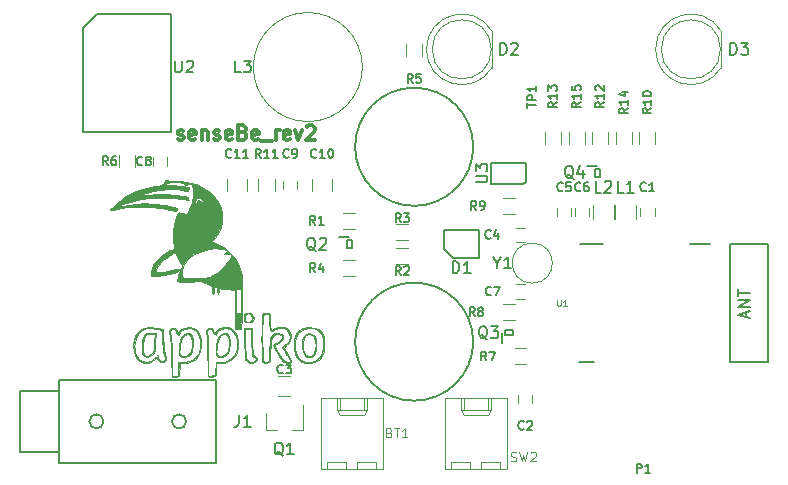
<source format=gto>
G04 #@! TF.GenerationSoftware,KiCad,Pcbnew,5.0.2-bee76a0~70~ubuntu16.04.1*
G04 #@! TF.CreationDate,2019-02-21T17:51:56+05:30*
G04 #@! TF.ProjectId,senseBe_rev2,73656e73-6542-4655-9f72-6576322e6b69,rev?*
G04 #@! TF.SameCoordinates,Original*
G04 #@! TF.FileFunction,Legend,Top*
G04 #@! TF.FilePolarity,Positive*
%FSLAX46Y46*%
G04 Gerber Fmt 4.6, Leading zero omitted, Abs format (unit mm)*
G04 Created by KiCad (PCBNEW 5.0.2-bee76a0~70~ubuntu16.04.1) date Thu Feb 21 17:51:56 2019*
%MOMM*%
%LPD*%
G01*
G04 APERTURE LIST*
%ADD10C,0.300000*%
%ADD11C,0.120000*%
%ADD12C,0.150000*%
%ADD13C,0.010000*%
%ADD14C,0.127000*%
%ADD15C,0.050000*%
G04 APERTURE END LIST*
D10*
X9976000Y-11087714D02*
X10090285Y-11144857D01*
X10318857Y-11144857D01*
X10433142Y-11087714D01*
X10490285Y-10973428D01*
X10490285Y-10916285D01*
X10433142Y-10802000D01*
X10318857Y-10744857D01*
X10147428Y-10744857D01*
X10033142Y-10687714D01*
X9976000Y-10573428D01*
X9976000Y-10516285D01*
X10033142Y-10402000D01*
X10147428Y-10344857D01*
X10318857Y-10344857D01*
X10433142Y-10402000D01*
X11461714Y-11087714D02*
X11347428Y-11144857D01*
X11118857Y-11144857D01*
X11004571Y-11087714D01*
X10947428Y-10973428D01*
X10947428Y-10516285D01*
X11004571Y-10402000D01*
X11118857Y-10344857D01*
X11347428Y-10344857D01*
X11461714Y-10402000D01*
X11518857Y-10516285D01*
X11518857Y-10630571D01*
X10947428Y-10744857D01*
X12033142Y-10344857D02*
X12033142Y-11144857D01*
X12033142Y-10459142D02*
X12090285Y-10402000D01*
X12204571Y-10344857D01*
X12376000Y-10344857D01*
X12490285Y-10402000D01*
X12547428Y-10516285D01*
X12547428Y-11144857D01*
X13061714Y-11087714D02*
X13176000Y-11144857D01*
X13404571Y-11144857D01*
X13518857Y-11087714D01*
X13576000Y-10973428D01*
X13576000Y-10916285D01*
X13518857Y-10802000D01*
X13404571Y-10744857D01*
X13233142Y-10744857D01*
X13118857Y-10687714D01*
X13061714Y-10573428D01*
X13061714Y-10516285D01*
X13118857Y-10402000D01*
X13233142Y-10344857D01*
X13404571Y-10344857D01*
X13518857Y-10402000D01*
X14547428Y-11087714D02*
X14433142Y-11144857D01*
X14204571Y-11144857D01*
X14090285Y-11087714D01*
X14033142Y-10973428D01*
X14033142Y-10516285D01*
X14090285Y-10402000D01*
X14204571Y-10344857D01*
X14433142Y-10344857D01*
X14547428Y-10402000D01*
X14604571Y-10516285D01*
X14604571Y-10630571D01*
X14033142Y-10744857D01*
X15518857Y-10516285D02*
X15690285Y-10573428D01*
X15747428Y-10630571D01*
X15804571Y-10744857D01*
X15804571Y-10916285D01*
X15747428Y-11030571D01*
X15690285Y-11087714D01*
X15576000Y-11144857D01*
X15118857Y-11144857D01*
X15118857Y-9944857D01*
X15518857Y-9944857D01*
X15633142Y-10002000D01*
X15690285Y-10059142D01*
X15747428Y-10173428D01*
X15747428Y-10287714D01*
X15690285Y-10402000D01*
X15633142Y-10459142D01*
X15518857Y-10516285D01*
X15118857Y-10516285D01*
X16776000Y-11087714D02*
X16661714Y-11144857D01*
X16433142Y-11144857D01*
X16318857Y-11087714D01*
X16261714Y-10973428D01*
X16261714Y-10516285D01*
X16318857Y-10402000D01*
X16433142Y-10344857D01*
X16661714Y-10344857D01*
X16776000Y-10402000D01*
X16833142Y-10516285D01*
X16833142Y-10630571D01*
X16261714Y-10744857D01*
X17061714Y-11259142D02*
X17976000Y-11259142D01*
X18261714Y-11144857D02*
X18261714Y-10344857D01*
X18261714Y-10573428D02*
X18318857Y-10459142D01*
X18376000Y-10402000D01*
X18490285Y-10344857D01*
X18604571Y-10344857D01*
X19461714Y-11087714D02*
X19347428Y-11144857D01*
X19118857Y-11144857D01*
X19004571Y-11087714D01*
X18947428Y-10973428D01*
X18947428Y-10516285D01*
X19004571Y-10402000D01*
X19118857Y-10344857D01*
X19347428Y-10344857D01*
X19461714Y-10402000D01*
X19518857Y-10516285D01*
X19518857Y-10630571D01*
X18947428Y-10744857D01*
X19918857Y-10344857D02*
X20204571Y-11144857D01*
X20490285Y-10344857D01*
X20890285Y-10059142D02*
X20947428Y-10002000D01*
X21061714Y-9944857D01*
X21347428Y-9944857D01*
X21461714Y-10002000D01*
X21518857Y-10059142D01*
X21576000Y-10173428D01*
X21576000Y-10287714D01*
X21518857Y-10459142D01*
X20833142Y-11144857D01*
X21576000Y-11144857D01*
D11*
G04 #@! TO.C,SW2*
X33160000Y-38400000D02*
X33160000Y-39020000D01*
X34760000Y-38400000D02*
X33160000Y-38400000D01*
X34760000Y-39020000D02*
X34760000Y-38400000D01*
X35700000Y-38400000D02*
X35700000Y-39020000D01*
X37300000Y-38400000D02*
X35700000Y-38400000D01*
X37300000Y-39020000D02*
X37300000Y-38400000D01*
X34210000Y-33020000D02*
X34210000Y-34020000D01*
X36250000Y-33020000D02*
X36250000Y-34020000D01*
X34210000Y-34450000D02*
X33960000Y-34020000D01*
X36250000Y-34450000D02*
X34210000Y-34450000D01*
X36500000Y-34020000D02*
X36250000Y-34450000D01*
X33960000Y-34020000D02*
X33960000Y-33020000D01*
X36500000Y-34020000D02*
X33960000Y-34020000D01*
X36500000Y-33020000D02*
X36500000Y-34020000D01*
X32590000Y-39020000D02*
X37870000Y-39020000D01*
X32590000Y-33020000D02*
X32590000Y-39020000D01*
X37870000Y-33020000D02*
X32590000Y-33020000D01*
X37870000Y-39020000D02*
X37870000Y-33020000D01*
G04 #@! TO.C,BT1*
X22660000Y-38400000D02*
X22660000Y-39020000D01*
X24260000Y-38400000D02*
X22660000Y-38400000D01*
X24260000Y-39020000D02*
X24260000Y-38400000D01*
X25200000Y-38400000D02*
X25200000Y-39020000D01*
X26800000Y-38400000D02*
X25200000Y-38400000D01*
X26800000Y-39020000D02*
X26800000Y-38400000D01*
X23710000Y-33020000D02*
X23710000Y-34020000D01*
X25750000Y-33020000D02*
X25750000Y-34020000D01*
X23710000Y-34450000D02*
X23460000Y-34020000D01*
X25750000Y-34450000D02*
X23710000Y-34450000D01*
X26000000Y-34020000D02*
X25750000Y-34450000D01*
X23460000Y-34020000D02*
X23460000Y-33020000D01*
X26000000Y-34020000D02*
X23460000Y-34020000D01*
X26000000Y-33020000D02*
X26000000Y-34020000D01*
X22090000Y-39020000D02*
X27370000Y-39020000D01*
X22090000Y-33020000D02*
X22090000Y-39020000D01*
X27370000Y-33020000D02*
X22090000Y-33020000D01*
X27370000Y-39020000D02*
X27370000Y-33020000D01*
D12*
G04 #@! TO.C,Q2*
X24700000Y-19650000D02*
X24300000Y-19650000D01*
X24300000Y-19650000D02*
X24300000Y-20350000D01*
X24300000Y-20350000D02*
X24700000Y-20350000D01*
X24700000Y-20350000D02*
X24700000Y-19650000D01*
X24500000Y-19400000D02*
X23600000Y-19400000D01*
D11*
G04 #@! TO.C,L3*
X25620000Y-5000000D02*
G75*
G03X25620000Y-5000000I-4620000J0D01*
G01*
D12*
G04 #@! TO.C,MK1*
X35000000Y-28250000D02*
G75*
G03X35000000Y-28250000I-5000000J0D01*
G01*
G04 #@! TO.C,MK2*
X35000000Y-11750000D02*
G75*
G03X35000000Y-11750000I-5000000J0D01*
G01*
D11*
G04 #@! TO.C,R7*
X39500000Y-30180000D02*
X38500000Y-30180000D01*
X38500000Y-28820000D02*
X39500000Y-28820000D01*
G04 #@! TO.C,C10*
X21350000Y-14500000D02*
X21350000Y-15500000D01*
X23050000Y-15500000D02*
X23050000Y-14500000D01*
D12*
G04 #@! TO.C,U2*
X2000000Y-10500000D02*
X9400000Y-10500000D01*
X9400000Y-10500000D02*
X9400000Y-500000D01*
X9400000Y-500000D02*
X3150000Y-500000D01*
X2000000Y-1700000D02*
X2000000Y-10500000D01*
X2000000Y-1700000D02*
X3150000Y-500000D01*
D11*
G04 #@! TO.C,C1*
X50350000Y-16900000D02*
X50350000Y-17600000D01*
X49150000Y-17600000D02*
X49150000Y-16900000D01*
G04 #@! TO.C,C2*
X38798000Y-33431000D02*
X38798000Y-32731000D01*
X39998000Y-32731000D02*
X39998000Y-33431000D01*
G04 #@! TO.C,C3*
X18500000Y-32850000D02*
X19500000Y-32850000D01*
X19500000Y-31150000D02*
X18500000Y-31150000D01*
G04 #@! TO.C,C4*
X38650000Y-18600000D02*
X39350000Y-18600000D01*
X39350000Y-19800000D02*
X38650000Y-19800000D01*
G04 #@! TO.C,C5*
X42100000Y-17600000D02*
X42100000Y-16900000D01*
X43300000Y-16900000D02*
X43300000Y-17600000D01*
G04 #@! TO.C,C6*
X43600000Y-17600000D02*
X43600000Y-16900000D01*
X44800000Y-16900000D02*
X44800000Y-17600000D01*
G04 #@! TO.C,C7*
X39350000Y-24600000D02*
X38650000Y-24600000D01*
X38650000Y-23400000D02*
X39350000Y-23400000D01*
G04 #@! TO.C,C8*
X7855720Y-13339600D02*
X7855720Y-12639600D01*
X9055720Y-12639600D02*
X9055720Y-13339600D01*
G04 #@! TO.C,C9*
X18900000Y-15350000D02*
X18900000Y-14650000D01*
X20100000Y-14650000D02*
X20100000Y-15350000D01*
G04 #@! TO.C,C11*
X15850000Y-15500000D02*
X15850000Y-14500000D01*
X14150000Y-14500000D02*
X14150000Y-15500000D01*
D12*
G04 #@! TO.C,D1*
X32500000Y-18800000D02*
X32500000Y-20400000D01*
X35500000Y-18800000D02*
X32500000Y-18800000D01*
X35500000Y-21200000D02*
X35500000Y-18800000D01*
X33300000Y-21200000D02*
X35500000Y-21200000D01*
X32500000Y-20400000D02*
X33300000Y-21200000D01*
D11*
G04 #@! TO.C,D2*
X31040000Y-3499538D02*
G75*
G03X36590000Y-5044830I2990000J-462D01*
G01*
X31040000Y-3500462D02*
G75*
G02X36590000Y-1955170I2990000J462D01*
G01*
X36530000Y-3500000D02*
G75*
G03X36530000Y-3500000I-2500000J0D01*
G01*
X36590000Y-5045000D02*
X36590000Y-1955000D01*
G04 #@! TO.C,D3*
X55990000Y-5045000D02*
X55990000Y-1955000D01*
X55930000Y-3500000D02*
G75*
G03X55930000Y-3500000I-2500000J0D01*
G01*
X50440000Y-3500462D02*
G75*
G02X55990000Y-1955170I2990000J462D01*
G01*
X50440000Y-3499538D02*
G75*
G03X55990000Y-5044830I2990000J-462D01*
G01*
D12*
G04 #@! TO.C,J1*
X3700000Y-35000000D02*
G75*
G03X3700000Y-35000000I-600000J0D01*
G01*
X10700000Y-35000000D02*
G75*
G03X10700000Y-35000000I-600000J0D01*
G01*
X13250000Y-38500000D02*
X13250000Y-31500000D01*
X13250000Y-31500000D02*
X-50000Y-31500000D01*
X-50000Y-31500000D02*
X-50000Y-38500000D01*
X-50000Y-38500000D02*
X13250000Y-38500000D01*
X-3400000Y-37600000D02*
X-3400000Y-32400000D01*
X-3400000Y-37600000D02*
X-50000Y-37600000D01*
X-3400000Y-32400000D02*
X-50000Y-32400000D01*
D11*
G04 #@! TO.C,L1*
X48780000Y-16650000D02*
X48780000Y-17850000D01*
X47020000Y-17850000D02*
X47020000Y-16650000D01*
G04 #@! TO.C,L2*
X46880000Y-16650000D02*
X46880000Y-17850000D01*
X45120000Y-17850000D02*
X45120000Y-16650000D01*
G04 #@! TO.C,Q1*
X17420000Y-35760000D02*
X18350000Y-35760000D01*
X20580000Y-35760000D02*
X19650000Y-35760000D01*
X20580000Y-35760000D02*
X20580000Y-33600000D01*
X17420000Y-35760000D02*
X17420000Y-34300000D01*
D12*
G04 #@! TO.C,Q3*
X37650000Y-27300000D02*
X37650000Y-27700000D01*
X37650000Y-27700000D02*
X38350000Y-27700000D01*
X38350000Y-27700000D02*
X38350000Y-27300000D01*
X38350000Y-27300000D02*
X37650000Y-27300000D01*
X37400000Y-27500000D02*
X37400000Y-28400000D01*
G04 #@! TO.C,Q4*
X45500000Y-13400000D02*
X44600000Y-13400000D01*
X45700000Y-14350000D02*
X45700000Y-13650000D01*
X45300000Y-14350000D02*
X45700000Y-14350000D01*
X45300000Y-13650000D02*
X45300000Y-14350000D01*
X45700000Y-13650000D02*
X45300000Y-13650000D01*
D11*
G04 #@! TO.C,R1*
X24000000Y-17320000D02*
X25000000Y-17320000D01*
X25000000Y-18680000D02*
X24000000Y-18680000D01*
G04 #@! TO.C,R2*
X28500000Y-20320000D02*
X29500000Y-20320000D01*
X29500000Y-21680000D02*
X28500000Y-21680000D01*
G04 #@! TO.C,R3*
X29500000Y-19680000D02*
X28500000Y-19680000D01*
X28500000Y-18320000D02*
X29500000Y-18320000D01*
G04 #@! TO.C,R4*
X24000000Y-21320000D02*
X25000000Y-21320000D01*
X25000000Y-22680000D02*
X24000000Y-22680000D01*
G04 #@! TO.C,R5*
X29320000Y-4050000D02*
X29320000Y-3050000D01*
X30680000Y-3050000D02*
X30680000Y-4050000D01*
G04 #@! TO.C,R6*
X6387440Y-12464200D02*
X6387440Y-13464200D01*
X5027440Y-13464200D02*
X5027440Y-12464200D01*
G04 #@! TO.C,R8*
X38500000Y-26430000D02*
X37500000Y-26430000D01*
X37500000Y-25070000D02*
X38500000Y-25070000D01*
G04 #@! TO.C,R9*
X37550000Y-16070000D02*
X38550000Y-16070000D01*
X38550000Y-17430000D02*
X37550000Y-17430000D01*
G04 #@! TO.C,R10*
X50430000Y-10500000D02*
X50430000Y-11500000D01*
X49070000Y-11500000D02*
X49070000Y-10500000D01*
G04 #@! TO.C,R11*
X18180000Y-14500000D02*
X18180000Y-15500000D01*
X16820000Y-15500000D02*
X16820000Y-14500000D01*
G04 #@! TO.C,R12*
X45070000Y-11500000D02*
X45070000Y-10500000D01*
X46430000Y-10500000D02*
X46430000Y-11500000D01*
G04 #@! TO.C,R13*
X42430000Y-10500000D02*
X42430000Y-11500000D01*
X41070000Y-11500000D02*
X41070000Y-10500000D01*
G04 #@! TO.C,R14*
X47070000Y-11500000D02*
X47070000Y-10500000D01*
X48430000Y-10500000D02*
X48430000Y-11500000D01*
G04 #@! TO.C,R15*
X43070000Y-11500000D02*
X43070000Y-10500000D01*
X44430000Y-10500000D02*
X44430000Y-11500000D01*
D12*
G04 #@! TO.C,U1*
X59999600Y-30003800D02*
X56748400Y-30003800D01*
X43997600Y-30003800D02*
X45267600Y-30003800D01*
X44023000Y-19996200D02*
X45953400Y-19996200D01*
X59999600Y-19996200D02*
X56748400Y-19996200D01*
X53319400Y-19996200D02*
X55072000Y-19996200D01*
X60000000Y-20000000D02*
X60000000Y-30000000D01*
X56750000Y-30000000D02*
X56750000Y-20000000D01*
G04 #@! TO.C,U3*
X39200000Y-14900000D02*
X39500000Y-14700000D01*
X39000000Y-14900000D02*
X36700000Y-14900000D01*
X36700000Y-13100000D02*
X39300000Y-13100000D01*
X36700000Y-14900000D02*
X36500000Y-14900000D01*
X36500000Y-14900000D02*
X36500000Y-13100000D01*
X36500000Y-13100000D02*
X36700000Y-13100000D01*
X39300000Y-13100000D02*
X39500000Y-13100000D01*
X39500000Y-13100000D02*
X39500000Y-14700000D01*
X39200000Y-14900000D02*
X39000000Y-14900000D01*
D11*
G04 #@! TO.C,Y1*
X40000000Y-23300000D02*
G75*
G03X40000000Y-19900000I0J1700000D01*
G01*
X40000000Y-23300000D02*
G75*
G02X40000000Y-19900000I0J1700000D01*
G01*
D13*
G04 #@! TO.C,G\002A\002A\002A*
G36*
X9185428Y-14590546D02*
X9258442Y-14607696D01*
X9267795Y-14617886D01*
X9310059Y-14631790D01*
X9424509Y-14643071D01*
X9592627Y-14650411D01*
X9755384Y-14652564D01*
X10185810Y-14673444D01*
X10642076Y-14731369D01*
X11095369Y-14820672D01*
X11516876Y-14935681D01*
X11875524Y-15069721D01*
X12302870Y-15296908D01*
X12697421Y-15578799D01*
X13036015Y-15897769D01*
X13166686Y-16052205D01*
X13308507Y-16242211D01*
X13415033Y-16408981D01*
X13504130Y-16584324D01*
X13593663Y-16800053D01*
X13608938Y-16839699D01*
X13656108Y-16971238D01*
X13688610Y-17089679D01*
X13709100Y-17215099D01*
X13720232Y-17367577D01*
X13724660Y-17567192D01*
X13725204Y-17719080D01*
X13723531Y-17957022D01*
X13716748Y-18135673D01*
X13702210Y-18275090D01*
X13677272Y-18395328D01*
X13639289Y-18516442D01*
X13609386Y-18597225D01*
X13505233Y-18849509D01*
X13399130Y-19055222D01*
X13272255Y-19245782D01*
X13105783Y-19452609D01*
X13076504Y-19486665D01*
X12973514Y-19608468D01*
X12897822Y-19703284D01*
X12861329Y-19755984D01*
X12860126Y-19761766D01*
X12905271Y-19781607D01*
X13009870Y-19824313D01*
X13140246Y-19876268D01*
X13499176Y-20047930D01*
X13864885Y-20276652D01*
X14213706Y-20544725D01*
X14521975Y-20834437D01*
X14707659Y-21049227D01*
X14989265Y-21459509D01*
X15197798Y-21876836D01*
X15347339Y-22330277D01*
X15367582Y-22411679D01*
X15388431Y-22544885D01*
X15405756Y-22750291D01*
X15419484Y-23020781D01*
X15429545Y-23349239D01*
X15435864Y-23728547D01*
X15438369Y-24151588D01*
X15436989Y-24611247D01*
X15431651Y-25100406D01*
X15422282Y-25611948D01*
X15408811Y-26138758D01*
X15406326Y-26222126D01*
X15376483Y-27204392D01*
X14861249Y-27204392D01*
X14831406Y-26222126D01*
X14822526Y-25899024D01*
X14814689Y-25554869D01*
X14808313Y-25212918D01*
X14803815Y-24896423D01*
X14801615Y-24628640D01*
X14801464Y-24557683D01*
X14801366Y-23875506D01*
X14608598Y-23855020D01*
X14470479Y-23840383D01*
X14381289Y-23830955D01*
X14892080Y-23830955D01*
X14892080Y-25855017D01*
X15345652Y-25855017D01*
X15345652Y-23830955D01*
X14892080Y-23830955D01*
X14381289Y-23830955D01*
X14279176Y-23820161D01*
X14071568Y-23798251D01*
X14030295Y-23793900D01*
X13840039Y-23772181D01*
X13674302Y-23750282D01*
X13561674Y-23732070D01*
X13542705Y-23727950D01*
X13488291Y-23718894D01*
X13457739Y-23736426D01*
X13444178Y-23796523D01*
X13440738Y-23915160D01*
X13440652Y-23965232D01*
X13434345Y-24101856D01*
X13417590Y-24195602D01*
X13395295Y-24227830D01*
X13371944Y-24191170D01*
X13355838Y-24093124D01*
X13349938Y-23953899D01*
X13348237Y-23809482D01*
X13337059Y-23724182D01*
X13307290Y-23677741D01*
X13249817Y-23649902D01*
X13207098Y-23636399D01*
X13105647Y-23606758D01*
X13049986Y-23592957D01*
X13048348Y-23592830D01*
X13040959Y-23629384D01*
X13035395Y-23726526D01*
X13032597Y-23865470D01*
X13032438Y-23910330D01*
X13029233Y-24073236D01*
X13017606Y-24171002D01*
X12994537Y-24217722D01*
X12964402Y-24227830D01*
X12930305Y-24213377D01*
X12909474Y-24160785D01*
X12899098Y-24056198D01*
X12896366Y-23892395D01*
X12896366Y-23556960D01*
X12510229Y-23398629D01*
X12320992Y-23317773D01*
X12146862Y-23237667D01*
X12016052Y-23171492D01*
X11982171Y-23151873D01*
X11887291Y-23099617D01*
X11805735Y-23083434D01*
X11696639Y-23098937D01*
X11631255Y-23114212D01*
X11474926Y-23140558D01*
X11254377Y-23162771D01*
X10996034Y-23179709D01*
X10726326Y-23190229D01*
X10471682Y-23193189D01*
X10258530Y-23187447D01*
X10152000Y-23178151D01*
X9936375Y-23149858D01*
X9966603Y-22891694D01*
X9998118Y-22714805D01*
X10047167Y-22533378D01*
X10059353Y-22500213D01*
X10374170Y-22500213D01*
X10380581Y-22669829D01*
X10391130Y-22776654D01*
X10411034Y-22837263D01*
X10445509Y-22868234D01*
X10495240Y-22884974D01*
X10618496Y-22899816D01*
X10761920Y-22895583D01*
X10764580Y-22895279D01*
X10861192Y-22888025D01*
X11030228Y-22879418D01*
X11253432Y-22870221D01*
X11512546Y-22861199D01*
X11739759Y-22854448D01*
X12033458Y-22845821D01*
X12252168Y-22837077D01*
X12411590Y-22826291D01*
X12527428Y-22811541D01*
X12615381Y-22790901D01*
X12691153Y-22762447D01*
X12760295Y-22729381D01*
X13272212Y-22429997D01*
X13713575Y-22081633D01*
X14087966Y-21681044D01*
X14371479Y-21271745D01*
X14584524Y-20915192D01*
X14433503Y-20861272D01*
X14243533Y-20826392D01*
X14106783Y-20831935D01*
X13931084Y-20856519D01*
X14026047Y-20750884D01*
X14109934Y-20634740D01*
X14123530Y-20544432D01*
X14062030Y-20475268D01*
X13920627Y-20422554D01*
X13694515Y-20381597D01*
X13640798Y-20374660D01*
X13122963Y-20350447D01*
X12607628Y-20403891D01*
X12102199Y-20533390D01*
X11614076Y-20737343D01*
X11385744Y-20862613D01*
X11031016Y-21098783D01*
X10760019Y-21340609D01*
X10565972Y-21599069D01*
X10442095Y-21885138D01*
X10381609Y-22209793D01*
X10374170Y-22500213D01*
X10059353Y-22500213D01*
X10084808Y-22430936D01*
X10137969Y-22291522D01*
X10146318Y-22217451D01*
X10109098Y-22204683D01*
X10048030Y-22234627D01*
X9674842Y-22421568D01*
X9243837Y-22559529D01*
X8771932Y-22644518D01*
X8276046Y-22672546D01*
X8195937Y-22671486D01*
X7702973Y-22660173D01*
X7713480Y-22415561D01*
X7746391Y-22225289D01*
X8143669Y-22225289D01*
X8156057Y-22304857D01*
X8229532Y-22346181D01*
X8375984Y-22360477D01*
X8461282Y-22361123D01*
X8673923Y-22350839D01*
X8903239Y-22326105D01*
X9018330Y-22307494D01*
X9202601Y-22266419D01*
X9382159Y-22217313D01*
X9471902Y-22187568D01*
X9710302Y-22135826D01*
X9946963Y-22129073D01*
X10240595Y-22138270D01*
X10307305Y-21950312D01*
X10344568Y-21831700D01*
X10348854Y-21754979D01*
X10319015Y-21687710D01*
X10296875Y-21655639D01*
X10214355Y-21528980D01*
X10112993Y-21355469D01*
X10007630Y-21161952D01*
X9913107Y-20975279D01*
X9871590Y-20886307D01*
X9788218Y-20699941D01*
X9585961Y-20779176D01*
X9463018Y-20831338D01*
X9378617Y-20874568D01*
X9359767Y-20888786D01*
X9311402Y-20926506D01*
X9212376Y-20991298D01*
X9127646Y-21043062D01*
X8808496Y-21268820D01*
X8532280Y-21535147D01*
X8315008Y-21824238D01*
X8180482Y-22096263D01*
X8143669Y-22225289D01*
X7746391Y-22225289D01*
X7769541Y-22091453D01*
X7905726Y-21760126D01*
X8114742Y-21435566D01*
X8376714Y-21143753D01*
X8580933Y-20972371D01*
X8828214Y-20802145D01*
X9091050Y-20649528D01*
X9341930Y-20530978D01*
X9487163Y-20479516D01*
X9705572Y-20416041D01*
X9642832Y-20168888D01*
X9572840Y-19769125D01*
X9550027Y-19328316D01*
X9572369Y-18870266D01*
X9637842Y-18418779D01*
X9744423Y-17997659D01*
X9851635Y-17712650D01*
X9935399Y-17523157D01*
X9997724Y-17397580D01*
X10054265Y-17327401D01*
X10120680Y-17304101D01*
X10212623Y-17319162D01*
X10345751Y-17364065D01*
X10434291Y-17395621D01*
X10670966Y-17478796D01*
X10833826Y-17235653D01*
X11032323Y-16877334D01*
X11177158Y-16484521D01*
X11214217Y-16312354D01*
X11454936Y-16312354D01*
X11470500Y-16440032D01*
X11571874Y-16553372D01*
X11649045Y-16599582D01*
X11724051Y-16634343D01*
X11780183Y-16639188D01*
X11853500Y-16610172D01*
X11932527Y-16568577D01*
X12048269Y-16468815D01*
X12081935Y-16345333D01*
X12031279Y-16212107D01*
X11996652Y-16169439D01*
X11877756Y-16097044D01*
X11731918Y-16082657D01*
X11593278Y-16125599D01*
X11527610Y-16178760D01*
X11454936Y-16312354D01*
X11214217Y-16312354D01*
X11265081Y-16076059D01*
X11292848Y-15670791D01*
X11257212Y-15287561D01*
X11205272Y-15079861D01*
X11162551Y-14973172D01*
X11118242Y-14901788D01*
X11106967Y-14891953D01*
X11006938Y-14863132D01*
X10902767Y-14875451D01*
X10837861Y-14923545D01*
X10837046Y-14925320D01*
X10776581Y-14966631D01*
X10665106Y-14957380D01*
X10518592Y-14900541D01*
X10427168Y-14849019D01*
X10358593Y-14811710D01*
X10282065Y-14786895D01*
X10178101Y-14772115D01*
X10027216Y-14764910D01*
X9809925Y-14762822D01*
X9744045Y-14762810D01*
X9508293Y-14764289D01*
X9342355Y-14770172D01*
X9225348Y-14783313D01*
X9136390Y-14806568D01*
X9054596Y-14842791D01*
X9018330Y-14862029D01*
X8836902Y-14960798D01*
X9177080Y-14969578D01*
X9431846Y-14981506D01*
X9711976Y-15003521D01*
X9999429Y-15033244D01*
X10276163Y-15068297D01*
X10524136Y-15106301D01*
X10725309Y-15144879D01*
X10861639Y-15181652D01*
X10895421Y-15196094D01*
X10919335Y-15253625D01*
X10900041Y-15319391D01*
X10879469Y-15391422D01*
X10890435Y-15418411D01*
X10885472Y-15435223D01*
X10844502Y-15459803D01*
X10757308Y-15476581D01*
X10605529Y-15466745D01*
X10424213Y-15438274D01*
X9802366Y-15361614D01*
X9156356Y-15353092D01*
X8478748Y-15412937D01*
X7880252Y-15516092D01*
X7622505Y-15575237D01*
X7386787Y-15639790D01*
X7186585Y-15704955D01*
X7035387Y-15765934D01*
X6946680Y-15817927D01*
X6931722Y-15853513D01*
X6980656Y-15880337D01*
X6994419Y-15876595D01*
X7081261Y-15853282D01*
X7243379Y-15831439D01*
X7465337Y-15811731D01*
X7731702Y-15794822D01*
X8027039Y-15781375D01*
X8335913Y-15772055D01*
X8642891Y-15767526D01*
X8932538Y-15768452D01*
X9189420Y-15775498D01*
X9260766Y-15779072D01*
X9481393Y-15794824D01*
X9729035Y-15817704D01*
X9986779Y-15845535D01*
X10237714Y-15876138D01*
X10464930Y-15907337D01*
X10651514Y-15936955D01*
X10780555Y-15962813D01*
X10834176Y-15981653D01*
X10852354Y-16023243D01*
X10883245Y-16113164D01*
X10893075Y-16144110D01*
X10920307Y-16240804D01*
X10912448Y-16279964D01*
X10858568Y-16280563D01*
X10818444Y-16273675D01*
X10443896Y-16208369D01*
X10129610Y-16159226D01*
X9850349Y-16124042D01*
X9580879Y-16100612D01*
X9295963Y-16086733D01*
X8970367Y-16080199D01*
X8587438Y-16078799D01*
X8200534Y-16080798D01*
X7882521Y-16087260D01*
X7611623Y-16100036D01*
X7366067Y-16120973D01*
X7124076Y-16151922D01*
X6863876Y-16194731D01*
X6569045Y-16250204D01*
X6257800Y-16319273D01*
X5918233Y-16408309D01*
X5587170Y-16506878D01*
X5301441Y-16604550D01*
X5253688Y-16622781D01*
X4936188Y-16746736D01*
X5094938Y-16768654D01*
X5214982Y-16775147D01*
X5297839Y-16761951D01*
X5303218Y-16759077D01*
X5361802Y-16741639D01*
X5374443Y-16746563D01*
X5425155Y-16747356D01*
X5545390Y-16734693D01*
X5715778Y-16710924D01*
X5869198Y-16686495D01*
X6558672Y-16591765D01*
X7183433Y-16548688D01*
X7741715Y-16557372D01*
X7857663Y-16566441D01*
X8253882Y-16607869D01*
X8636856Y-16658059D01*
X8983018Y-16713498D01*
X9268800Y-16770673D01*
X9335830Y-16786777D01*
X9515486Y-16830740D01*
X9698060Y-16873386D01*
X9755961Y-16886323D01*
X9873834Y-16917034D01*
X9919430Y-16948050D01*
X9909969Y-16992640D01*
X9904968Y-17001152D01*
X9878268Y-17067906D01*
X9882808Y-17093050D01*
X9873321Y-17130361D01*
X9847194Y-17154024D01*
X9783463Y-17168363D01*
X9658491Y-17158191D01*
X9462203Y-17122410D01*
X9365861Y-17101658D01*
X8539708Y-16948228D01*
X7716993Y-16853505D01*
X6915399Y-16818940D01*
X6204841Y-16842023D01*
X5698907Y-16884950D01*
X5261508Y-16936110D01*
X4870670Y-16998448D01*
X4556904Y-17062818D01*
X4401423Y-17094215D01*
X4278379Y-17112047D01*
X4218394Y-17112848D01*
X4223511Y-17080586D01*
X4287087Y-17005896D01*
X4398401Y-16897696D01*
X4546736Y-16764904D01*
X4721371Y-16616439D01*
X4911587Y-16461218D01*
X5106665Y-16308161D01*
X5295886Y-16166186D01*
X5468531Y-16044211D01*
X5613881Y-15951154D01*
X5616545Y-15949586D01*
X5944512Y-15770231D01*
X6302044Y-15597643D01*
X6664756Y-15442195D01*
X7008261Y-15314259D01*
X7308173Y-15224209D01*
X7340116Y-15216432D01*
X7689375Y-15137977D01*
X7976660Y-15083011D01*
X8225020Y-15047354D01*
X8334465Y-15036112D01*
X8577314Y-14999234D01*
X8740544Y-14936592D01*
X8832006Y-14843457D01*
X8859580Y-14719793D01*
X8864125Y-14636210D01*
X8894218Y-14596630D01*
X8974542Y-14584603D01*
X9063688Y-14583767D01*
X9185428Y-14590546D01*
X9185428Y-14590546D01*
G37*
X9185428Y-14590546D02*
X9258442Y-14607696D01*
X9267795Y-14617886D01*
X9310059Y-14631790D01*
X9424509Y-14643071D01*
X9592627Y-14650411D01*
X9755384Y-14652564D01*
X10185810Y-14673444D01*
X10642076Y-14731369D01*
X11095369Y-14820672D01*
X11516876Y-14935681D01*
X11875524Y-15069721D01*
X12302870Y-15296908D01*
X12697421Y-15578799D01*
X13036015Y-15897769D01*
X13166686Y-16052205D01*
X13308507Y-16242211D01*
X13415033Y-16408981D01*
X13504130Y-16584324D01*
X13593663Y-16800053D01*
X13608938Y-16839699D01*
X13656108Y-16971238D01*
X13688610Y-17089679D01*
X13709100Y-17215099D01*
X13720232Y-17367577D01*
X13724660Y-17567192D01*
X13725204Y-17719080D01*
X13723531Y-17957022D01*
X13716748Y-18135673D01*
X13702210Y-18275090D01*
X13677272Y-18395328D01*
X13639289Y-18516442D01*
X13609386Y-18597225D01*
X13505233Y-18849509D01*
X13399130Y-19055222D01*
X13272255Y-19245782D01*
X13105783Y-19452609D01*
X13076504Y-19486665D01*
X12973514Y-19608468D01*
X12897822Y-19703284D01*
X12861329Y-19755984D01*
X12860126Y-19761766D01*
X12905271Y-19781607D01*
X13009870Y-19824313D01*
X13140246Y-19876268D01*
X13499176Y-20047930D01*
X13864885Y-20276652D01*
X14213706Y-20544725D01*
X14521975Y-20834437D01*
X14707659Y-21049227D01*
X14989265Y-21459509D01*
X15197798Y-21876836D01*
X15347339Y-22330277D01*
X15367582Y-22411679D01*
X15388431Y-22544885D01*
X15405756Y-22750291D01*
X15419484Y-23020781D01*
X15429545Y-23349239D01*
X15435864Y-23728547D01*
X15438369Y-24151588D01*
X15436989Y-24611247D01*
X15431651Y-25100406D01*
X15422282Y-25611948D01*
X15408811Y-26138758D01*
X15406326Y-26222126D01*
X15376483Y-27204392D01*
X14861249Y-27204392D01*
X14831406Y-26222126D01*
X14822526Y-25899024D01*
X14814689Y-25554869D01*
X14808313Y-25212918D01*
X14803815Y-24896423D01*
X14801615Y-24628640D01*
X14801464Y-24557683D01*
X14801366Y-23875506D01*
X14608598Y-23855020D01*
X14470479Y-23840383D01*
X14381289Y-23830955D01*
X14892080Y-23830955D01*
X14892080Y-25855017D01*
X15345652Y-25855017D01*
X15345652Y-23830955D01*
X14892080Y-23830955D01*
X14381289Y-23830955D01*
X14279176Y-23820161D01*
X14071568Y-23798251D01*
X14030295Y-23793900D01*
X13840039Y-23772181D01*
X13674302Y-23750282D01*
X13561674Y-23732070D01*
X13542705Y-23727950D01*
X13488291Y-23718894D01*
X13457739Y-23736426D01*
X13444178Y-23796523D01*
X13440738Y-23915160D01*
X13440652Y-23965232D01*
X13434345Y-24101856D01*
X13417590Y-24195602D01*
X13395295Y-24227830D01*
X13371944Y-24191170D01*
X13355838Y-24093124D01*
X13349938Y-23953899D01*
X13348237Y-23809482D01*
X13337059Y-23724182D01*
X13307290Y-23677741D01*
X13249817Y-23649902D01*
X13207098Y-23636399D01*
X13105647Y-23606758D01*
X13049986Y-23592957D01*
X13048348Y-23592830D01*
X13040959Y-23629384D01*
X13035395Y-23726526D01*
X13032597Y-23865470D01*
X13032438Y-23910330D01*
X13029233Y-24073236D01*
X13017606Y-24171002D01*
X12994537Y-24217722D01*
X12964402Y-24227830D01*
X12930305Y-24213377D01*
X12909474Y-24160785D01*
X12899098Y-24056198D01*
X12896366Y-23892395D01*
X12896366Y-23556960D01*
X12510229Y-23398629D01*
X12320992Y-23317773D01*
X12146862Y-23237667D01*
X12016052Y-23171492D01*
X11982171Y-23151873D01*
X11887291Y-23099617D01*
X11805735Y-23083434D01*
X11696639Y-23098937D01*
X11631255Y-23114212D01*
X11474926Y-23140558D01*
X11254377Y-23162771D01*
X10996034Y-23179709D01*
X10726326Y-23190229D01*
X10471682Y-23193189D01*
X10258530Y-23187447D01*
X10152000Y-23178151D01*
X9936375Y-23149858D01*
X9966603Y-22891694D01*
X9998118Y-22714805D01*
X10047167Y-22533378D01*
X10059353Y-22500213D01*
X10374170Y-22500213D01*
X10380581Y-22669829D01*
X10391130Y-22776654D01*
X10411034Y-22837263D01*
X10445509Y-22868234D01*
X10495240Y-22884974D01*
X10618496Y-22899816D01*
X10761920Y-22895583D01*
X10764580Y-22895279D01*
X10861192Y-22888025D01*
X11030228Y-22879418D01*
X11253432Y-22870221D01*
X11512546Y-22861199D01*
X11739759Y-22854448D01*
X12033458Y-22845821D01*
X12252168Y-22837077D01*
X12411590Y-22826291D01*
X12527428Y-22811541D01*
X12615381Y-22790901D01*
X12691153Y-22762447D01*
X12760295Y-22729381D01*
X13272212Y-22429997D01*
X13713575Y-22081633D01*
X14087966Y-21681044D01*
X14371479Y-21271745D01*
X14584524Y-20915192D01*
X14433503Y-20861272D01*
X14243533Y-20826392D01*
X14106783Y-20831935D01*
X13931084Y-20856519D01*
X14026047Y-20750884D01*
X14109934Y-20634740D01*
X14123530Y-20544432D01*
X14062030Y-20475268D01*
X13920627Y-20422554D01*
X13694515Y-20381597D01*
X13640798Y-20374660D01*
X13122963Y-20350447D01*
X12607628Y-20403891D01*
X12102199Y-20533390D01*
X11614076Y-20737343D01*
X11385744Y-20862613D01*
X11031016Y-21098783D01*
X10760019Y-21340609D01*
X10565972Y-21599069D01*
X10442095Y-21885138D01*
X10381609Y-22209793D01*
X10374170Y-22500213D01*
X10059353Y-22500213D01*
X10084808Y-22430936D01*
X10137969Y-22291522D01*
X10146318Y-22217451D01*
X10109098Y-22204683D01*
X10048030Y-22234627D01*
X9674842Y-22421568D01*
X9243837Y-22559529D01*
X8771932Y-22644518D01*
X8276046Y-22672546D01*
X8195937Y-22671486D01*
X7702973Y-22660173D01*
X7713480Y-22415561D01*
X7746391Y-22225289D01*
X8143669Y-22225289D01*
X8156057Y-22304857D01*
X8229532Y-22346181D01*
X8375984Y-22360477D01*
X8461282Y-22361123D01*
X8673923Y-22350839D01*
X8903239Y-22326105D01*
X9018330Y-22307494D01*
X9202601Y-22266419D01*
X9382159Y-22217313D01*
X9471902Y-22187568D01*
X9710302Y-22135826D01*
X9946963Y-22129073D01*
X10240595Y-22138270D01*
X10307305Y-21950312D01*
X10344568Y-21831700D01*
X10348854Y-21754979D01*
X10319015Y-21687710D01*
X10296875Y-21655639D01*
X10214355Y-21528980D01*
X10112993Y-21355469D01*
X10007630Y-21161952D01*
X9913107Y-20975279D01*
X9871590Y-20886307D01*
X9788218Y-20699941D01*
X9585961Y-20779176D01*
X9463018Y-20831338D01*
X9378617Y-20874568D01*
X9359767Y-20888786D01*
X9311402Y-20926506D01*
X9212376Y-20991298D01*
X9127646Y-21043062D01*
X8808496Y-21268820D01*
X8532280Y-21535147D01*
X8315008Y-21824238D01*
X8180482Y-22096263D01*
X8143669Y-22225289D01*
X7746391Y-22225289D01*
X7769541Y-22091453D01*
X7905726Y-21760126D01*
X8114742Y-21435566D01*
X8376714Y-21143753D01*
X8580933Y-20972371D01*
X8828214Y-20802145D01*
X9091050Y-20649528D01*
X9341930Y-20530978D01*
X9487163Y-20479516D01*
X9705572Y-20416041D01*
X9642832Y-20168888D01*
X9572840Y-19769125D01*
X9550027Y-19328316D01*
X9572369Y-18870266D01*
X9637842Y-18418779D01*
X9744423Y-17997659D01*
X9851635Y-17712650D01*
X9935399Y-17523157D01*
X9997724Y-17397580D01*
X10054265Y-17327401D01*
X10120680Y-17304101D01*
X10212623Y-17319162D01*
X10345751Y-17364065D01*
X10434291Y-17395621D01*
X10670966Y-17478796D01*
X10833826Y-17235653D01*
X11032323Y-16877334D01*
X11177158Y-16484521D01*
X11214217Y-16312354D01*
X11454936Y-16312354D01*
X11470500Y-16440032D01*
X11571874Y-16553372D01*
X11649045Y-16599582D01*
X11724051Y-16634343D01*
X11780183Y-16639188D01*
X11853500Y-16610172D01*
X11932527Y-16568577D01*
X12048269Y-16468815D01*
X12081935Y-16345333D01*
X12031279Y-16212107D01*
X11996652Y-16169439D01*
X11877756Y-16097044D01*
X11731918Y-16082657D01*
X11593278Y-16125599D01*
X11527610Y-16178760D01*
X11454936Y-16312354D01*
X11214217Y-16312354D01*
X11265081Y-16076059D01*
X11292848Y-15670791D01*
X11257212Y-15287561D01*
X11205272Y-15079861D01*
X11162551Y-14973172D01*
X11118242Y-14901788D01*
X11106967Y-14891953D01*
X11006938Y-14863132D01*
X10902767Y-14875451D01*
X10837861Y-14923545D01*
X10837046Y-14925320D01*
X10776581Y-14966631D01*
X10665106Y-14957380D01*
X10518592Y-14900541D01*
X10427168Y-14849019D01*
X10358593Y-14811710D01*
X10282065Y-14786895D01*
X10178101Y-14772115D01*
X10027216Y-14764910D01*
X9809925Y-14762822D01*
X9744045Y-14762810D01*
X9508293Y-14764289D01*
X9342355Y-14770172D01*
X9225348Y-14783313D01*
X9136390Y-14806568D01*
X9054596Y-14842791D01*
X9018330Y-14862029D01*
X8836902Y-14960798D01*
X9177080Y-14969578D01*
X9431846Y-14981506D01*
X9711976Y-15003521D01*
X9999429Y-15033244D01*
X10276163Y-15068297D01*
X10524136Y-15106301D01*
X10725309Y-15144879D01*
X10861639Y-15181652D01*
X10895421Y-15196094D01*
X10919335Y-15253625D01*
X10900041Y-15319391D01*
X10879469Y-15391422D01*
X10890435Y-15418411D01*
X10885472Y-15435223D01*
X10844502Y-15459803D01*
X10757308Y-15476581D01*
X10605529Y-15466745D01*
X10424213Y-15438274D01*
X9802366Y-15361614D01*
X9156356Y-15353092D01*
X8478748Y-15412937D01*
X7880252Y-15516092D01*
X7622505Y-15575237D01*
X7386787Y-15639790D01*
X7186585Y-15704955D01*
X7035387Y-15765934D01*
X6946680Y-15817927D01*
X6931722Y-15853513D01*
X6980656Y-15880337D01*
X6994419Y-15876595D01*
X7081261Y-15853282D01*
X7243379Y-15831439D01*
X7465337Y-15811731D01*
X7731702Y-15794822D01*
X8027039Y-15781375D01*
X8335913Y-15772055D01*
X8642891Y-15767526D01*
X8932538Y-15768452D01*
X9189420Y-15775498D01*
X9260766Y-15779072D01*
X9481393Y-15794824D01*
X9729035Y-15817704D01*
X9986779Y-15845535D01*
X10237714Y-15876138D01*
X10464930Y-15907337D01*
X10651514Y-15936955D01*
X10780555Y-15962813D01*
X10834176Y-15981653D01*
X10852354Y-16023243D01*
X10883245Y-16113164D01*
X10893075Y-16144110D01*
X10920307Y-16240804D01*
X10912448Y-16279964D01*
X10858568Y-16280563D01*
X10818444Y-16273675D01*
X10443896Y-16208369D01*
X10129610Y-16159226D01*
X9850349Y-16124042D01*
X9580879Y-16100612D01*
X9295963Y-16086733D01*
X8970367Y-16080199D01*
X8587438Y-16078799D01*
X8200534Y-16080798D01*
X7882521Y-16087260D01*
X7611623Y-16100036D01*
X7366067Y-16120973D01*
X7124076Y-16151922D01*
X6863876Y-16194731D01*
X6569045Y-16250204D01*
X6257800Y-16319273D01*
X5918233Y-16408309D01*
X5587170Y-16506878D01*
X5301441Y-16604550D01*
X5253688Y-16622781D01*
X4936188Y-16746736D01*
X5094938Y-16768654D01*
X5214982Y-16775147D01*
X5297839Y-16761951D01*
X5303218Y-16759077D01*
X5361802Y-16741639D01*
X5374443Y-16746563D01*
X5425155Y-16747356D01*
X5545390Y-16734693D01*
X5715778Y-16710924D01*
X5869198Y-16686495D01*
X6558672Y-16591765D01*
X7183433Y-16548688D01*
X7741715Y-16557372D01*
X7857663Y-16566441D01*
X8253882Y-16607869D01*
X8636856Y-16658059D01*
X8983018Y-16713498D01*
X9268800Y-16770673D01*
X9335830Y-16786777D01*
X9515486Y-16830740D01*
X9698060Y-16873386D01*
X9755961Y-16886323D01*
X9873834Y-16917034D01*
X9919430Y-16948050D01*
X9909969Y-16992640D01*
X9904968Y-17001152D01*
X9878268Y-17067906D01*
X9882808Y-17093050D01*
X9873321Y-17130361D01*
X9847194Y-17154024D01*
X9783463Y-17168363D01*
X9658491Y-17158191D01*
X9462203Y-17122410D01*
X9365861Y-17101658D01*
X8539708Y-16948228D01*
X7716993Y-16853505D01*
X6915399Y-16818940D01*
X6204841Y-16842023D01*
X5698907Y-16884950D01*
X5261508Y-16936110D01*
X4870670Y-16998448D01*
X4556904Y-17062818D01*
X4401423Y-17094215D01*
X4278379Y-17112047D01*
X4218394Y-17112848D01*
X4223511Y-17080586D01*
X4287087Y-17005896D01*
X4398401Y-16897696D01*
X4546736Y-16764904D01*
X4721371Y-16616439D01*
X4911587Y-16461218D01*
X5106665Y-16308161D01*
X5295886Y-16166186D01*
X5468531Y-16044211D01*
X5613881Y-15951154D01*
X5616545Y-15949586D01*
X5944512Y-15770231D01*
X6302044Y-15597643D01*
X6664756Y-15442195D01*
X7008261Y-15314259D01*
X7308173Y-15224209D01*
X7340116Y-15216432D01*
X7689375Y-15137977D01*
X7976660Y-15083011D01*
X8225020Y-15047354D01*
X8334465Y-15036112D01*
X8577314Y-14999234D01*
X8740544Y-14936592D01*
X8832006Y-14843457D01*
X8859580Y-14719793D01*
X8864125Y-14636210D01*
X8894218Y-14596630D01*
X8974542Y-14584603D01*
X9063688Y-14583767D01*
X9185428Y-14590546D01*
G36*
X11889865Y-16312416D02*
X11942039Y-16374093D01*
X11943866Y-16387699D01*
X11911537Y-16496969D01*
X11831451Y-16560655D01*
X11728962Y-16568893D01*
X11629420Y-16511820D01*
X11628172Y-16510515D01*
X11595961Y-16423380D01*
X11626062Y-16330631D01*
X11699414Y-16274294D01*
X11795543Y-16272912D01*
X11889865Y-16312416D01*
X11889865Y-16312416D01*
G37*
X11889865Y-16312416D02*
X11942039Y-16374093D01*
X11943866Y-16387699D01*
X11911537Y-16496969D01*
X11831451Y-16560655D01*
X11728962Y-16568893D01*
X11629420Y-16511820D01*
X11628172Y-16510515D01*
X11595961Y-16423380D01*
X11626062Y-16330631D01*
X11699414Y-16274294D01*
X11795543Y-16272912D01*
X11889865Y-16312416D01*
G36*
X21387194Y-27577623D02*
X21590167Y-27771923D01*
X21701786Y-28101089D01*
X21724069Y-28569483D01*
X21704112Y-28840337D01*
X21647113Y-29194009D01*
X21549057Y-29409347D01*
X21385320Y-29516552D01*
X21131276Y-29545825D01*
X21128864Y-29545826D01*
X20879542Y-29516866D01*
X20718592Y-29406501D01*
X20656133Y-29322417D01*
X20557756Y-29079005D01*
X20513558Y-28716708D01*
X20512281Y-28654002D01*
X20585742Y-28654002D01*
X20627546Y-28987439D01*
X20717707Y-29239058D01*
X20755688Y-29291173D01*
X20976840Y-29430328D01*
X21227264Y-29440154D01*
X21446651Y-29327141D01*
X21536267Y-29207160D01*
X21625717Y-28912822D01*
X21649240Y-28560097D01*
X21613018Y-28202359D01*
X21523233Y-27892980D01*
X21386067Y-27685333D01*
X21357438Y-27663289D01*
X21127218Y-27601054D01*
X20880814Y-27669996D01*
X20751970Y-27772588D01*
X20647805Y-27985597D01*
X20592445Y-28299728D01*
X20585742Y-28654002D01*
X20512281Y-28654002D01*
X20509750Y-28529826D01*
X20540663Y-28071672D01*
X20638540Y-27758665D01*
X20811092Y-27577327D01*
X21066029Y-27514176D01*
X21090850Y-27513826D01*
X21387194Y-27577623D01*
X21387194Y-27577623D01*
G37*
X21387194Y-27577623D02*
X21590167Y-27771923D01*
X21701786Y-28101089D01*
X21724069Y-28569483D01*
X21704112Y-28840337D01*
X21647113Y-29194009D01*
X21549057Y-29409347D01*
X21385320Y-29516552D01*
X21131276Y-29545825D01*
X21128864Y-29545826D01*
X20879542Y-29516866D01*
X20718592Y-29406501D01*
X20656133Y-29322417D01*
X20557756Y-29079005D01*
X20513558Y-28716708D01*
X20512281Y-28654002D01*
X20585742Y-28654002D01*
X20627546Y-28987439D01*
X20717707Y-29239058D01*
X20755688Y-29291173D01*
X20976840Y-29430328D01*
X21227264Y-29440154D01*
X21446651Y-29327141D01*
X21536267Y-29207160D01*
X21625717Y-28912822D01*
X21649240Y-28560097D01*
X21613018Y-28202359D01*
X21523233Y-27892980D01*
X21386067Y-27685333D01*
X21357438Y-27663289D01*
X21127218Y-27601054D01*
X20880814Y-27669996D01*
X20751970Y-27772588D01*
X20647805Y-27985597D01*
X20592445Y-28299728D01*
X20585742Y-28654002D01*
X20512281Y-28654002D01*
X20509750Y-28529826D01*
X20540663Y-28071672D01*
X20638540Y-27758665D01*
X20811092Y-27577327D01*
X21066029Y-27514176D01*
X21090850Y-27513826D01*
X21387194Y-27577623D01*
G36*
X8352613Y-29418826D02*
X8310280Y-29461160D01*
X8267946Y-29418826D01*
X8310280Y-29376493D01*
X8352613Y-29418826D01*
X8352613Y-29418826D01*
G37*
X8352613Y-29418826D02*
X8310280Y-29461160D01*
X8267946Y-29418826D01*
X8310280Y-29376493D01*
X8352613Y-29418826D01*
G36*
X8085870Y-28269761D02*
X8061937Y-28670626D01*
X8021495Y-28946058D01*
X7955432Y-29139794D01*
X7878575Y-29264594D01*
X7665625Y-29452443D01*
X7417004Y-29532970D01*
X7186347Y-29496453D01*
X7075401Y-29410187D01*
X6998828Y-29222730D01*
X6957511Y-28924528D01*
X6950453Y-28570245D01*
X6950615Y-28568036D01*
X7040280Y-28568036D01*
X7071473Y-29009410D01*
X7161303Y-29306886D01*
X7304148Y-29455239D01*
X7494384Y-29449244D01*
X7726387Y-29283675D01*
X7766354Y-29242722D01*
X7870995Y-29109474D01*
X7936870Y-28951363D01*
X7975547Y-28722570D01*
X7998593Y-28377275D01*
X8001468Y-28311389D01*
X8031323Y-27598493D01*
X7697090Y-27598493D01*
X7405495Y-27634448D01*
X7209673Y-27757130D01*
X7094567Y-27988763D01*
X7045121Y-28351573D01*
X7040280Y-28568036D01*
X6950615Y-28568036D01*
X6976662Y-28214546D01*
X7035142Y-27912093D01*
X7105731Y-27743292D01*
X7220501Y-27603494D01*
X7365309Y-27535297D01*
X7601390Y-27514471D01*
X7685655Y-27513826D01*
X8115461Y-27513826D01*
X8085870Y-28269761D01*
X8085870Y-28269761D01*
G37*
X8085870Y-28269761D02*
X8061937Y-28670626D01*
X8021495Y-28946058D01*
X7955432Y-29139794D01*
X7878575Y-29264594D01*
X7665625Y-29452443D01*
X7417004Y-29532970D01*
X7186347Y-29496453D01*
X7075401Y-29410187D01*
X6998828Y-29222730D01*
X6957511Y-28924528D01*
X6950453Y-28570245D01*
X6950615Y-28568036D01*
X7040280Y-28568036D01*
X7071473Y-29009410D01*
X7161303Y-29306886D01*
X7304148Y-29455239D01*
X7494384Y-29449244D01*
X7726387Y-29283675D01*
X7766354Y-29242722D01*
X7870995Y-29109474D01*
X7936870Y-28951363D01*
X7975547Y-28722570D01*
X7998593Y-28377275D01*
X8001468Y-28311389D01*
X8031323Y-27598493D01*
X7697090Y-27598493D01*
X7405495Y-27634448D01*
X7209673Y-27757130D01*
X7094567Y-27988763D01*
X7045121Y-28351573D01*
X7040280Y-28568036D01*
X6950615Y-28568036D01*
X6976662Y-28214546D01*
X7035142Y-27912093D01*
X7105731Y-27743292D01*
X7220501Y-27603494D01*
X7365309Y-27535297D01*
X7601390Y-27514471D01*
X7685655Y-27513826D01*
X8115461Y-27513826D01*
X8085870Y-28269761D01*
G36*
X14093485Y-27542216D02*
X14243268Y-27637369D01*
X14333949Y-27838932D01*
X14378554Y-28170166D01*
X14388830Y-28453913D01*
X14365528Y-28906144D01*
X14270127Y-29219766D01*
X14088809Y-29415157D01*
X13807754Y-29512695D01*
X13659676Y-29529186D01*
X13417971Y-29536214D01*
X13292514Y-29500279D01*
X13231402Y-29398390D01*
X13212627Y-29331158D01*
X13193236Y-29129365D01*
X13262189Y-29129365D01*
X13291713Y-29328466D01*
X13413664Y-29439955D01*
X13622446Y-29465467D01*
X13862397Y-29410514D01*
X14077857Y-29280610D01*
X14112093Y-29247208D01*
X14220706Y-29108591D01*
X14280280Y-28949842D01*
X14303372Y-28718103D01*
X14303944Y-28439733D01*
X14284062Y-28108025D01*
X14240687Y-27848105D01*
X14188453Y-27718070D01*
X14007693Y-27612504D01*
X13790343Y-27641786D01*
X13582251Y-27792851D01*
X13492181Y-27916469D01*
X13398463Y-28152339D01*
X13322958Y-28474902D01*
X13274567Y-28821473D01*
X13262189Y-29129365D01*
X13193236Y-29129365D01*
X13182849Y-29021286D01*
X13209627Y-28629568D01*
X13283186Y-28229956D01*
X13393752Y-27896406D01*
X13405565Y-27871375D01*
X13532962Y-27660039D01*
X13682577Y-27561710D01*
X13871575Y-27530212D01*
X14093485Y-27542216D01*
X14093485Y-27542216D01*
G37*
X14093485Y-27542216D02*
X14243268Y-27637369D01*
X14333949Y-27838932D01*
X14378554Y-28170166D01*
X14388830Y-28453913D01*
X14365528Y-28906144D01*
X14270127Y-29219766D01*
X14088809Y-29415157D01*
X13807754Y-29512695D01*
X13659676Y-29529186D01*
X13417971Y-29536214D01*
X13292514Y-29500279D01*
X13231402Y-29398390D01*
X13212627Y-29331158D01*
X13193236Y-29129365D01*
X13262189Y-29129365D01*
X13291713Y-29328466D01*
X13413664Y-29439955D01*
X13622446Y-29465467D01*
X13862397Y-29410514D01*
X14077857Y-29280610D01*
X14112093Y-29247208D01*
X14220706Y-29108591D01*
X14280280Y-28949842D01*
X14303372Y-28718103D01*
X14303944Y-28439733D01*
X14284062Y-28108025D01*
X14240687Y-27848105D01*
X14188453Y-27718070D01*
X14007693Y-27612504D01*
X13790343Y-27641786D01*
X13582251Y-27792851D01*
X13492181Y-27916469D01*
X13398463Y-28152339D01*
X13322958Y-28474902D01*
X13274567Y-28821473D01*
X13262189Y-29129365D01*
X13193236Y-29129365D01*
X13182849Y-29021286D01*
X13209627Y-28629568D01*
X13283186Y-28229956D01*
X13393752Y-27896406D01*
X13405565Y-27871375D01*
X13532962Y-27660039D01*
X13682577Y-27561710D01*
X13871575Y-27530212D01*
X14093485Y-27542216D01*
G36*
X10954998Y-27536244D02*
X11098269Y-27617414D01*
X11192432Y-27803352D01*
X11261198Y-28123689D01*
X11272599Y-28197179D01*
X11285931Y-28568581D01*
X11230178Y-28943297D01*
X11118704Y-29259044D01*
X11011328Y-29415016D01*
X10827991Y-29506009D01*
X10543435Y-29545367D01*
X10507178Y-29545826D01*
X10269352Y-29533869D01*
X10146950Y-29479828D01*
X10086711Y-29356449D01*
X10078824Y-29326631D01*
X10060087Y-29129406D01*
X10129512Y-29129406D01*
X10159046Y-29328466D01*
X10278913Y-29433047D01*
X10488220Y-29464064D01*
X10725547Y-29424863D01*
X10929476Y-29318791D01*
X10965933Y-29284500D01*
X11097479Y-29075452D01*
X11184840Y-28818227D01*
X11185485Y-28814830D01*
X11209334Y-28518255D01*
X11187737Y-28195942D01*
X11129561Y-27906983D01*
X11043677Y-27710470D01*
X11015069Y-27679388D01*
X10810115Y-27605002D01*
X10587277Y-27673650D01*
X10388773Y-27870061D01*
X10359661Y-27916469D01*
X10265874Y-28152324D01*
X10190314Y-28474896D01*
X10141891Y-28821488D01*
X10129512Y-29129406D01*
X10060087Y-29129406D01*
X10049764Y-29020755D01*
X10076562Y-28632346D01*
X10149410Y-28234955D01*
X10258499Y-27902131D01*
X10272898Y-27871375D01*
X10400295Y-27660039D01*
X10549910Y-27561710D01*
X10738909Y-27530212D01*
X10954998Y-27536244D01*
X10954998Y-27536244D01*
G37*
X10954998Y-27536244D02*
X11098269Y-27617414D01*
X11192432Y-27803352D01*
X11261198Y-28123689D01*
X11272599Y-28197179D01*
X11285931Y-28568581D01*
X11230178Y-28943297D01*
X11118704Y-29259044D01*
X11011328Y-29415016D01*
X10827991Y-29506009D01*
X10543435Y-29545367D01*
X10507178Y-29545826D01*
X10269352Y-29533869D01*
X10146950Y-29479828D01*
X10086711Y-29356449D01*
X10078824Y-29326631D01*
X10060087Y-29129406D01*
X10129512Y-29129406D01*
X10159046Y-29328466D01*
X10278913Y-29433047D01*
X10488220Y-29464064D01*
X10725547Y-29424863D01*
X10929476Y-29318791D01*
X10965933Y-29284500D01*
X11097479Y-29075452D01*
X11184840Y-28818227D01*
X11185485Y-28814830D01*
X11209334Y-28518255D01*
X11187737Y-28195942D01*
X11129561Y-27906983D01*
X11043677Y-27710470D01*
X11015069Y-27679388D01*
X10810115Y-27605002D01*
X10587277Y-27673650D01*
X10388773Y-27870061D01*
X10359661Y-27916469D01*
X10265874Y-28152324D01*
X10190314Y-28474896D01*
X10141891Y-28821488D01*
X10129512Y-29129406D01*
X10060087Y-29129406D01*
X10049764Y-29020755D01*
X10076562Y-28632346D01*
X10149410Y-28234955D01*
X10258499Y-27902131D01*
X10272898Y-27871375D01*
X10400295Y-27660039D01*
X10549910Y-27561710D01*
X10738909Y-27530212D01*
X10954998Y-27536244D01*
G36*
X16220832Y-25861302D02*
X16373177Y-26037300D01*
X16405027Y-26273619D01*
X16330302Y-26469947D01*
X16176515Y-26580224D01*
X15947824Y-26626804D01*
X15731460Y-26594827D01*
X15697446Y-26577758D01*
X15587178Y-26426280D01*
X15553935Y-26208615D01*
X15657453Y-26208615D01*
X15689783Y-26410311D01*
X15719525Y-26456592D01*
X15856371Y-26567152D01*
X16019782Y-26554410D01*
X16147512Y-26494847D01*
X16284448Y-26348648D01*
X16301764Y-26162489D01*
X16223289Y-25986388D01*
X16072853Y-25870365D01*
X15874282Y-25864440D01*
X15851015Y-25872469D01*
X15717397Y-26001792D01*
X15657453Y-26208615D01*
X15553935Y-26208615D01*
X15552035Y-26196178D01*
X15600061Y-25964308D01*
X15627794Y-25912215D01*
X15759451Y-25827836D01*
X15970359Y-25792275D01*
X15972613Y-25792271D01*
X16220832Y-25861302D01*
X16220832Y-25861302D01*
G37*
X16220832Y-25861302D02*
X16373177Y-26037300D01*
X16405027Y-26273619D01*
X16330302Y-26469947D01*
X16176515Y-26580224D01*
X15947824Y-26626804D01*
X15731460Y-26594827D01*
X15697446Y-26577758D01*
X15587178Y-26426280D01*
X15553935Y-26208615D01*
X15657453Y-26208615D01*
X15689783Y-26410311D01*
X15719525Y-26456592D01*
X15856371Y-26567152D01*
X16019782Y-26554410D01*
X16147512Y-26494847D01*
X16284448Y-26348648D01*
X16301764Y-26162489D01*
X16223289Y-25986388D01*
X16072853Y-25870365D01*
X15874282Y-25864440D01*
X15851015Y-25872469D01*
X15717397Y-26001792D01*
X15657453Y-26208615D01*
X15553935Y-26208615D01*
X15552035Y-26196178D01*
X15600061Y-25964308D01*
X15627794Y-25912215D01*
X15759451Y-25827836D01*
X15970359Y-25792275D01*
X15972613Y-25792271D01*
X16220832Y-25861302D01*
G36*
X21557066Y-27051247D02*
X21924822Y-27191469D01*
X22184130Y-27453889D01*
X22341159Y-27845379D01*
X22402081Y-28372811D01*
X22403213Y-28505940D01*
X22349687Y-29063080D01*
X22194224Y-29487847D01*
X21931199Y-29787145D01*
X21554989Y-29967874D01*
X21159584Y-30032340D01*
X20793821Y-30032301D01*
X20515093Y-29967357D01*
X20375280Y-29901247D01*
X20110223Y-29665364D01*
X19925203Y-29318901D01*
X19821136Y-28900988D01*
X19813990Y-28756023D01*
X19882653Y-28756023D01*
X19965507Y-29178642D01*
X20143126Y-29540905D01*
X20404303Y-29795060D01*
X20764688Y-29935951D01*
X21177877Y-29960713D01*
X21573172Y-29869061D01*
X21709553Y-29800284D01*
X22023012Y-29543250D01*
X22218827Y-29212206D01*
X22310856Y-28777844D01*
X22322296Y-28504455D01*
X22289095Y-28024942D01*
X22179131Y-27666601D01*
X21977771Y-27393082D01*
X21823987Y-27266501D01*
X21500166Y-27127145D01*
X21108226Y-27090079D01*
X20715167Y-27155533D01*
X20476190Y-27261892D01*
X20191333Y-27525983D01*
X19996701Y-27889698D01*
X19893429Y-28313043D01*
X19882653Y-28756023D01*
X19813990Y-28756023D01*
X19798940Y-28450759D01*
X19859532Y-28007344D01*
X20003828Y-27609875D01*
X20232746Y-27297485D01*
X20312691Y-27230173D01*
X20582598Y-27100570D01*
X20974466Y-27033328D01*
X21074691Y-27026351D01*
X21557066Y-27051247D01*
X21557066Y-27051247D01*
G37*
X21557066Y-27051247D02*
X21924822Y-27191469D01*
X22184130Y-27453889D01*
X22341159Y-27845379D01*
X22402081Y-28372811D01*
X22403213Y-28505940D01*
X22349687Y-29063080D01*
X22194224Y-29487847D01*
X21931199Y-29787145D01*
X21554989Y-29967874D01*
X21159584Y-30032340D01*
X20793821Y-30032301D01*
X20515093Y-29967357D01*
X20375280Y-29901247D01*
X20110223Y-29665364D01*
X19925203Y-29318901D01*
X19821136Y-28900988D01*
X19813990Y-28756023D01*
X19882653Y-28756023D01*
X19965507Y-29178642D01*
X20143126Y-29540905D01*
X20404303Y-29795060D01*
X20764688Y-29935951D01*
X21177877Y-29960713D01*
X21573172Y-29869061D01*
X21709553Y-29800284D01*
X22023012Y-29543250D01*
X22218827Y-29212206D01*
X22310856Y-28777844D01*
X22322296Y-28504455D01*
X22289095Y-28024942D01*
X22179131Y-27666601D01*
X21977771Y-27393082D01*
X21823987Y-27266501D01*
X21500166Y-27127145D01*
X21108226Y-27090079D01*
X20715167Y-27155533D01*
X20476190Y-27261892D01*
X20191333Y-27525983D01*
X19996701Y-27889698D01*
X19893429Y-28313043D01*
X19882653Y-28756023D01*
X19813990Y-28756023D01*
X19798940Y-28450759D01*
X19859532Y-28007344D01*
X20003828Y-27609875D01*
X20232746Y-27297485D01*
X20312691Y-27230173D01*
X20582598Y-27100570D01*
X20974466Y-27033328D01*
X21074691Y-27026351D01*
X21557066Y-27051247D01*
G36*
X17729446Y-25811121D02*
X17784336Y-25873054D01*
X17818267Y-26059208D01*
X17833707Y-26387702D01*
X17835280Y-26588540D01*
X17837933Y-26947923D01*
X17849350Y-27163536D01*
X17874720Y-27260906D01*
X17919229Y-27265557D01*
X17965001Y-27226866D01*
X18187960Y-27099251D01*
X18509486Y-27028484D01*
X18864931Y-27026308D01*
X18978920Y-27042694D01*
X19281567Y-27176232D01*
X19478470Y-27433414D01*
X19557749Y-27796944D01*
X19558315Y-27886190D01*
X19525293Y-28135220D01*
X19415505Y-28327109D01*
X19249073Y-28488761D01*
X18948825Y-28748305D01*
X19287474Y-29280936D01*
X19445918Y-29554478D01*
X19550897Y-29783819D01*
X19582384Y-29924273D01*
X19580025Y-29933697D01*
X19466471Y-30023075D01*
X19264014Y-30050193D01*
X19041799Y-30013575D01*
X18909835Y-29947993D01*
X18797585Y-29823461D01*
X18640549Y-29599425D01*
X18465239Y-29320509D01*
X18298166Y-29031343D01*
X18165841Y-28776551D01*
X18094776Y-28600762D01*
X18089280Y-28566743D01*
X18158902Y-28458448D01*
X18329994Y-28339807D01*
X18365231Y-28322157D01*
X18629705Y-28152744D01*
X18780395Y-27963223D01*
X18797692Y-27783475D01*
X18761107Y-27718858D01*
X18571330Y-27607658D01*
X18329982Y-27615229D01*
X18097449Y-27733306D01*
X18010758Y-27821578D01*
X17932785Y-27939988D01*
X17881727Y-28082578D01*
X17852109Y-28286060D01*
X17838454Y-28587145D01*
X17835280Y-28997852D01*
X17831536Y-29424089D01*
X17817763Y-29709732D01*
X17790142Y-29883408D01*
X17744859Y-29973743D01*
X17701355Y-30002434D01*
X17400505Y-30044142D01*
X17179113Y-29997753D01*
X17143283Y-29941294D01*
X17115911Y-29793977D01*
X17096176Y-29540067D01*
X17083257Y-29163829D01*
X17076333Y-28649527D01*
X17074576Y-27993604D01*
X17077014Y-27529484D01*
X17157935Y-27529484D01*
X17157946Y-27920391D01*
X17160479Y-28476907D01*
X17167579Y-28976146D01*
X17178500Y-29393409D01*
X17192495Y-29703996D01*
X17208818Y-29883208D01*
X17218278Y-29916602D01*
X17340205Y-29953686D01*
X17493444Y-29951880D01*
X17583675Y-29936446D01*
X17645588Y-29895904D01*
X17686190Y-29801552D01*
X17712487Y-29624688D01*
X17731485Y-29336613D01*
X17750189Y-28908624D01*
X17750613Y-28898333D01*
X17780678Y-28379273D01*
X17829140Y-28006317D01*
X17907461Y-27756381D01*
X18027104Y-27606378D01*
X18199534Y-27533222D01*
X18436214Y-27513827D01*
X18438090Y-27513826D01*
X18705633Y-27570223D01*
X18858449Y-27714413D01*
X18895714Y-27908890D01*
X18816608Y-28116151D01*
X18620307Y-28298693D01*
X18456998Y-28376824D01*
X18269829Y-28459989D01*
X18176362Y-28531858D01*
X18173946Y-28540767D01*
X18215193Y-28644547D01*
X18322110Y-28848019D01*
X18469464Y-29108011D01*
X18632023Y-29381349D01*
X18784551Y-29624861D01*
X18901817Y-29795374D01*
X18922208Y-29820993D01*
X19049037Y-29902622D01*
X19233712Y-29958347D01*
X19411971Y-29977173D01*
X19519550Y-29948104D01*
X19528613Y-29924751D01*
X19486561Y-29836800D01*
X19375444Y-29645120D01*
X19217820Y-29388386D01*
X19189946Y-29344102D01*
X19026209Y-29074710D01*
X18905985Y-28857594D01*
X18852202Y-28734529D01*
X18851280Y-28727099D01*
X18913431Y-28628742D01*
X19067120Y-28487856D01*
X19109535Y-28455401D01*
X19378330Y-28180980D01*
X19486300Y-27879697D01*
X19436101Y-27579553D01*
X19235998Y-27292165D01*
X18944852Y-27127160D01*
X18596624Y-27092700D01*
X18225279Y-27196942D01*
X18107905Y-27260444D01*
X17957150Y-27345235D01*
X17856895Y-27365129D01*
X17795320Y-27297534D01*
X17760610Y-27119861D01*
X17740947Y-26809519D01*
X17731116Y-26540160D01*
X17716331Y-26203761D01*
X17693583Y-26004012D01*
X17653244Y-25908239D01*
X17585684Y-25883765D01*
X17538946Y-25888015D01*
X17418006Y-25907206D01*
X17325803Y-25937988D01*
X17258440Y-26001136D01*
X17212024Y-26117424D01*
X17182660Y-26307629D01*
X17166454Y-26592523D01*
X17159510Y-26992884D01*
X17157935Y-27529484D01*
X17077014Y-27529484D01*
X17077534Y-27430659D01*
X17085121Y-26922411D01*
X17096562Y-26493989D01*
X17111083Y-26170523D01*
X17127907Y-25977145D01*
X17138076Y-25934995D01*
X17272477Y-25853580D01*
X17510103Y-25809940D01*
X17729446Y-25811121D01*
X17729446Y-25811121D01*
G37*
X17729446Y-25811121D02*
X17784336Y-25873054D01*
X17818267Y-26059208D01*
X17833707Y-26387702D01*
X17835280Y-26588540D01*
X17837933Y-26947923D01*
X17849350Y-27163536D01*
X17874720Y-27260906D01*
X17919229Y-27265557D01*
X17965001Y-27226866D01*
X18187960Y-27099251D01*
X18509486Y-27028484D01*
X18864931Y-27026308D01*
X18978920Y-27042694D01*
X19281567Y-27176232D01*
X19478470Y-27433414D01*
X19557749Y-27796944D01*
X19558315Y-27886190D01*
X19525293Y-28135220D01*
X19415505Y-28327109D01*
X19249073Y-28488761D01*
X18948825Y-28748305D01*
X19287474Y-29280936D01*
X19445918Y-29554478D01*
X19550897Y-29783819D01*
X19582384Y-29924273D01*
X19580025Y-29933697D01*
X19466471Y-30023075D01*
X19264014Y-30050193D01*
X19041799Y-30013575D01*
X18909835Y-29947993D01*
X18797585Y-29823461D01*
X18640549Y-29599425D01*
X18465239Y-29320509D01*
X18298166Y-29031343D01*
X18165841Y-28776551D01*
X18094776Y-28600762D01*
X18089280Y-28566743D01*
X18158902Y-28458448D01*
X18329994Y-28339807D01*
X18365231Y-28322157D01*
X18629705Y-28152744D01*
X18780395Y-27963223D01*
X18797692Y-27783475D01*
X18761107Y-27718858D01*
X18571330Y-27607658D01*
X18329982Y-27615229D01*
X18097449Y-27733306D01*
X18010758Y-27821578D01*
X17932785Y-27939988D01*
X17881727Y-28082578D01*
X17852109Y-28286060D01*
X17838454Y-28587145D01*
X17835280Y-28997852D01*
X17831536Y-29424089D01*
X17817763Y-29709732D01*
X17790142Y-29883408D01*
X17744859Y-29973743D01*
X17701355Y-30002434D01*
X17400505Y-30044142D01*
X17179113Y-29997753D01*
X17143283Y-29941294D01*
X17115911Y-29793977D01*
X17096176Y-29540067D01*
X17083257Y-29163829D01*
X17076333Y-28649527D01*
X17074576Y-27993604D01*
X17077014Y-27529484D01*
X17157935Y-27529484D01*
X17157946Y-27920391D01*
X17160479Y-28476907D01*
X17167579Y-28976146D01*
X17178500Y-29393409D01*
X17192495Y-29703996D01*
X17208818Y-29883208D01*
X17218278Y-29916602D01*
X17340205Y-29953686D01*
X17493444Y-29951880D01*
X17583675Y-29936446D01*
X17645588Y-29895904D01*
X17686190Y-29801552D01*
X17712487Y-29624688D01*
X17731485Y-29336613D01*
X17750189Y-28908624D01*
X17750613Y-28898333D01*
X17780678Y-28379273D01*
X17829140Y-28006317D01*
X17907461Y-27756381D01*
X18027104Y-27606378D01*
X18199534Y-27533222D01*
X18436214Y-27513827D01*
X18438090Y-27513826D01*
X18705633Y-27570223D01*
X18858449Y-27714413D01*
X18895714Y-27908890D01*
X18816608Y-28116151D01*
X18620307Y-28298693D01*
X18456998Y-28376824D01*
X18269829Y-28459989D01*
X18176362Y-28531858D01*
X18173946Y-28540767D01*
X18215193Y-28644547D01*
X18322110Y-28848019D01*
X18469464Y-29108011D01*
X18632023Y-29381349D01*
X18784551Y-29624861D01*
X18901817Y-29795374D01*
X18922208Y-29820993D01*
X19049037Y-29902622D01*
X19233712Y-29958347D01*
X19411971Y-29977173D01*
X19519550Y-29948104D01*
X19528613Y-29924751D01*
X19486561Y-29836800D01*
X19375444Y-29645120D01*
X19217820Y-29388386D01*
X19189946Y-29344102D01*
X19026209Y-29074710D01*
X18905985Y-28857594D01*
X18852202Y-28734529D01*
X18851280Y-28727099D01*
X18913431Y-28628742D01*
X19067120Y-28487856D01*
X19109535Y-28455401D01*
X19378330Y-28180980D01*
X19486300Y-27879697D01*
X19436101Y-27579553D01*
X19235998Y-27292165D01*
X18944852Y-27127160D01*
X18596624Y-27092700D01*
X18225279Y-27196942D01*
X18107905Y-27260444D01*
X17957150Y-27345235D01*
X17856895Y-27365129D01*
X17795320Y-27297534D01*
X17760610Y-27119861D01*
X17740947Y-26809519D01*
X17731116Y-26540160D01*
X17716331Y-26203761D01*
X17693583Y-26004012D01*
X17653244Y-25908239D01*
X17585684Y-25883765D01*
X17538946Y-25888015D01*
X17418006Y-25907206D01*
X17325803Y-25937988D01*
X17258440Y-26001136D01*
X17212024Y-26117424D01*
X17182660Y-26307629D01*
X17166454Y-26592523D01*
X17159510Y-26992884D01*
X17157935Y-27529484D01*
X17077014Y-27529484D01*
X17077534Y-27430659D01*
X17085121Y-26922411D01*
X17096562Y-26493989D01*
X17111083Y-26170523D01*
X17127907Y-25977145D01*
X17138076Y-25934995D01*
X17272477Y-25853580D01*
X17510103Y-25809940D01*
X17729446Y-25811121D01*
G36*
X16311280Y-28241419D02*
X16312997Y-28704835D01*
X16320613Y-29026224D01*
X16337822Y-29232878D01*
X16368317Y-29352089D01*
X16415794Y-29411150D01*
X16472785Y-29434580D01*
X16631106Y-29548121D01*
X16680844Y-29732906D01*
X16604431Y-29917387D01*
X16594028Y-29928316D01*
X16374372Y-30037825D01*
X16097694Y-30022250D01*
X15930280Y-29952654D01*
X15767680Y-29837051D01*
X15698743Y-29764729D01*
X15677020Y-29651686D01*
X15658429Y-29401162D01*
X15644431Y-29044998D01*
X15636487Y-28615038D01*
X15635243Y-28381660D01*
X15634032Y-27175160D01*
X15718613Y-27175160D01*
X15718613Y-28399528D01*
X15720154Y-28881317D01*
X15727391Y-29223344D01*
X15744246Y-29455168D01*
X15774639Y-29606350D01*
X15822491Y-29706452D01*
X15891724Y-29785034D01*
X15903911Y-29796528D01*
X16139572Y-29938145D01*
X16378674Y-29958093D01*
X16541730Y-29874176D01*
X16599678Y-29730317D01*
X16548556Y-29594538D01*
X16438280Y-29545826D01*
X16356638Y-29521902D01*
X16298471Y-29434858D01*
X16260101Y-29261785D01*
X16237853Y-28979775D01*
X16228051Y-28565919D01*
X16226613Y-28226568D01*
X16226613Y-27175160D01*
X15718613Y-27175160D01*
X15634032Y-27175160D01*
X15633946Y-27090493D01*
X16311280Y-27090493D01*
X16311280Y-28241419D01*
X16311280Y-28241419D01*
G37*
X16311280Y-28241419D02*
X16312997Y-28704835D01*
X16320613Y-29026224D01*
X16337822Y-29232878D01*
X16368317Y-29352089D01*
X16415794Y-29411150D01*
X16472785Y-29434580D01*
X16631106Y-29548121D01*
X16680844Y-29732906D01*
X16604431Y-29917387D01*
X16594028Y-29928316D01*
X16374372Y-30037825D01*
X16097694Y-30022250D01*
X15930280Y-29952654D01*
X15767680Y-29837051D01*
X15698743Y-29764729D01*
X15677020Y-29651686D01*
X15658429Y-29401162D01*
X15644431Y-29044998D01*
X15636487Y-28615038D01*
X15635243Y-28381660D01*
X15634032Y-27175160D01*
X15718613Y-27175160D01*
X15718613Y-28399528D01*
X15720154Y-28881317D01*
X15727391Y-29223344D01*
X15744246Y-29455168D01*
X15774639Y-29606350D01*
X15822491Y-29706452D01*
X15891724Y-29785034D01*
X15903911Y-29796528D01*
X16139572Y-29938145D01*
X16378674Y-29958093D01*
X16541730Y-29874176D01*
X16599678Y-29730317D01*
X16548556Y-29594538D01*
X16438280Y-29545826D01*
X16356638Y-29521902D01*
X16298471Y-29434858D01*
X16260101Y-29261785D01*
X16237853Y-28979775D01*
X16228051Y-28565919D01*
X16226613Y-28226568D01*
X16226613Y-27175160D01*
X15718613Y-27175160D01*
X15634032Y-27175160D01*
X15633946Y-27090493D01*
X16311280Y-27090493D01*
X16311280Y-28241419D01*
G36*
X8287015Y-27084812D02*
X8348445Y-27097509D01*
X8775946Y-27189191D01*
X8777966Y-28050009D01*
X8787090Y-28541303D01*
X8817222Y-28926602D01*
X8876481Y-29268753D01*
X8972987Y-29630602D01*
X8988962Y-29683247D01*
X8998042Y-29816413D01*
X8897932Y-29906646D01*
X8762672Y-29961100D01*
X8534855Y-30005098D01*
X8376931Y-29928634D01*
X8245675Y-29708888D01*
X8233985Y-29681986D01*
X8160479Y-29656156D01*
X8075865Y-29732998D01*
X7833777Y-29914768D01*
X7500742Y-30023143D01*
X7144863Y-30042847D01*
X6913280Y-29993761D01*
X6613821Y-29796414D01*
X6395227Y-29464987D01*
X6267039Y-29018978D01*
X6235946Y-28609665D01*
X6238151Y-28588885D01*
X6320613Y-28588885D01*
X6342015Y-28944672D01*
X6398689Y-29246022D01*
X6445921Y-29373222D01*
X6689289Y-29699303D01*
X6999904Y-29901347D01*
X7343621Y-29965818D01*
X7686294Y-29879185D01*
X7702012Y-29871056D01*
X7896029Y-29728960D01*
X7995096Y-29620603D01*
X8131005Y-29523791D01*
X8272921Y-29535354D01*
X8350781Y-29645315D01*
X8352613Y-29671518D01*
X8422297Y-29832609D01*
X8591779Y-29904049D01*
X8744109Y-29881418D01*
X8844667Y-29832316D01*
X8883450Y-29755138D01*
X8866189Y-29603265D01*
X8807609Y-29364717D01*
X8755045Y-29073117D01*
X8714841Y-28680733D01*
X8693280Y-28256004D01*
X8691280Y-28097100D01*
X8689272Y-27696058D01*
X8664866Y-27432388D01*
X8590489Y-27274207D01*
X8438567Y-27189632D01*
X8181527Y-27146779D01*
X7844613Y-27118112D01*
X7524766Y-27101014D01*
X7308373Y-27121569D01*
X7131537Y-27191601D01*
X6999961Y-27274417D01*
X6638837Y-27585398D01*
X6421508Y-27943322D01*
X6327912Y-28387010D01*
X6320613Y-28588885D01*
X6238151Y-28588885D01*
X6295903Y-28044700D01*
X6473387Y-27600648D01*
X6764819Y-27280072D01*
X7166621Y-27085532D01*
X7675212Y-27019592D01*
X8287015Y-27084812D01*
X8287015Y-27084812D01*
G37*
X8287015Y-27084812D02*
X8348445Y-27097509D01*
X8775946Y-27189191D01*
X8777966Y-28050009D01*
X8787090Y-28541303D01*
X8817222Y-28926602D01*
X8876481Y-29268753D01*
X8972987Y-29630602D01*
X8988962Y-29683247D01*
X8998042Y-29816413D01*
X8897932Y-29906646D01*
X8762672Y-29961100D01*
X8534855Y-30005098D01*
X8376931Y-29928634D01*
X8245675Y-29708888D01*
X8233985Y-29681986D01*
X8160479Y-29656156D01*
X8075865Y-29732998D01*
X7833777Y-29914768D01*
X7500742Y-30023143D01*
X7144863Y-30042847D01*
X6913280Y-29993761D01*
X6613821Y-29796414D01*
X6395227Y-29464987D01*
X6267039Y-29018978D01*
X6235946Y-28609665D01*
X6238151Y-28588885D01*
X6320613Y-28588885D01*
X6342015Y-28944672D01*
X6398689Y-29246022D01*
X6445921Y-29373222D01*
X6689289Y-29699303D01*
X6999904Y-29901347D01*
X7343621Y-29965818D01*
X7686294Y-29879185D01*
X7702012Y-29871056D01*
X7896029Y-29728960D01*
X7995096Y-29620603D01*
X8131005Y-29523791D01*
X8272921Y-29535354D01*
X8350781Y-29645315D01*
X8352613Y-29671518D01*
X8422297Y-29832609D01*
X8591779Y-29904049D01*
X8744109Y-29881418D01*
X8844667Y-29832316D01*
X8883450Y-29755138D01*
X8866189Y-29603265D01*
X8807609Y-29364717D01*
X8755045Y-29073117D01*
X8714841Y-28680733D01*
X8693280Y-28256004D01*
X8691280Y-28097100D01*
X8689272Y-27696058D01*
X8664866Y-27432388D01*
X8590489Y-27274207D01*
X8438567Y-27189632D01*
X8181527Y-27146779D01*
X7844613Y-27118112D01*
X7524766Y-27101014D01*
X7308373Y-27121569D01*
X7131537Y-27191601D01*
X6999961Y-27274417D01*
X6638837Y-27585398D01*
X6421508Y-27943322D01*
X6327912Y-28387010D01*
X6320613Y-28588885D01*
X6238151Y-28588885D01*
X6295903Y-28044700D01*
X6473387Y-27600648D01*
X6764819Y-27280072D01*
X7166621Y-27085532D01*
X7675212Y-27019592D01*
X8287015Y-27084812D01*
G36*
X14260917Y-27038494D02*
X14587735Y-27163701D01*
X14837331Y-27413682D01*
X15008730Y-27775761D01*
X15096031Y-28208916D01*
X15093334Y-28672119D01*
X14994737Y-29124348D01*
X14901573Y-29345565D01*
X14655448Y-29657738D01*
X14295963Y-29895719D01*
X13872505Y-30032078D01*
X13626340Y-30053826D01*
X13263280Y-30053826D01*
X13263280Y-30595101D01*
X13252548Y-30912813D01*
X13215147Y-31096794D01*
X13143272Y-31181590D01*
X13129355Y-31187768D01*
X12921077Y-31232162D01*
X12703413Y-31231241D01*
X12560965Y-31185753D01*
X12557724Y-31182715D01*
X12540068Y-31084117D01*
X12524670Y-30843451D01*
X12512457Y-30487976D01*
X12504353Y-30044951D01*
X12501284Y-29541636D01*
X12501280Y-29520371D01*
X12495663Y-28902267D01*
X12479612Y-28371587D01*
X12454325Y-27951927D01*
X12421001Y-27666882D01*
X12403048Y-27586603D01*
X12342015Y-27351016D01*
X12343965Y-27338434D01*
X12440353Y-27338434D01*
X12454546Y-27490758D01*
X12489827Y-27602035D01*
X12525668Y-27795797D01*
X12554075Y-28138634D01*
X12574038Y-28610406D01*
X12584549Y-29190977D01*
X12585946Y-29521491D01*
X12585946Y-31165222D01*
X13136280Y-31112160D01*
X13186350Y-29969160D01*
X13571852Y-29969160D01*
X13887596Y-29936444D01*
X14190614Y-29855223D01*
X14252873Y-29828927D01*
X14581014Y-29598006D01*
X14816509Y-29280897D01*
X14962022Y-28906731D01*
X15020216Y-28504638D01*
X14993755Y-28103751D01*
X14885303Y-27733201D01*
X14697524Y-27422118D01*
X14433081Y-27199633D01*
X14094640Y-27094879D01*
X14002461Y-27090493D01*
X13747558Y-27138102D01*
X13503657Y-27258032D01*
X13324569Y-27415935D01*
X13263280Y-27562305D01*
X13222125Y-27661116D01*
X13124477Y-27639029D01*
X13009061Y-27515172D01*
X12950882Y-27407993D01*
X12817115Y-27217646D01*
X12645811Y-27189361D01*
X12510994Y-27252031D01*
X12440353Y-27338434D01*
X12343965Y-27338434D01*
X12361441Y-27225725D01*
X12488666Y-27160240D01*
X12653828Y-27123483D01*
X12847983Y-27105147D01*
X12952194Y-27177813D01*
X13007279Y-27296898D01*
X13093529Y-27523753D01*
X13289220Y-27296250D01*
X13550760Y-27110237D01*
X13894618Y-27022281D01*
X14260917Y-27038494D01*
X14260917Y-27038494D01*
G37*
X14260917Y-27038494D02*
X14587735Y-27163701D01*
X14837331Y-27413682D01*
X15008730Y-27775761D01*
X15096031Y-28208916D01*
X15093334Y-28672119D01*
X14994737Y-29124348D01*
X14901573Y-29345565D01*
X14655448Y-29657738D01*
X14295963Y-29895719D01*
X13872505Y-30032078D01*
X13626340Y-30053826D01*
X13263280Y-30053826D01*
X13263280Y-30595101D01*
X13252548Y-30912813D01*
X13215147Y-31096794D01*
X13143272Y-31181590D01*
X13129355Y-31187768D01*
X12921077Y-31232162D01*
X12703413Y-31231241D01*
X12560965Y-31185753D01*
X12557724Y-31182715D01*
X12540068Y-31084117D01*
X12524670Y-30843451D01*
X12512457Y-30487976D01*
X12504353Y-30044951D01*
X12501284Y-29541636D01*
X12501280Y-29520371D01*
X12495663Y-28902267D01*
X12479612Y-28371587D01*
X12454325Y-27951927D01*
X12421001Y-27666882D01*
X12403048Y-27586603D01*
X12342015Y-27351016D01*
X12343965Y-27338434D01*
X12440353Y-27338434D01*
X12454546Y-27490758D01*
X12489827Y-27602035D01*
X12525668Y-27795797D01*
X12554075Y-28138634D01*
X12574038Y-28610406D01*
X12584549Y-29190977D01*
X12585946Y-29521491D01*
X12585946Y-31165222D01*
X13136280Y-31112160D01*
X13186350Y-29969160D01*
X13571852Y-29969160D01*
X13887596Y-29936444D01*
X14190614Y-29855223D01*
X14252873Y-29828927D01*
X14581014Y-29598006D01*
X14816509Y-29280897D01*
X14962022Y-28906731D01*
X15020216Y-28504638D01*
X14993755Y-28103751D01*
X14885303Y-27733201D01*
X14697524Y-27422118D01*
X14433081Y-27199633D01*
X14094640Y-27094879D01*
X14002461Y-27090493D01*
X13747558Y-27138102D01*
X13503657Y-27258032D01*
X13324569Y-27415935D01*
X13263280Y-27562305D01*
X13222125Y-27661116D01*
X13124477Y-27639029D01*
X13009061Y-27515172D01*
X12950882Y-27407993D01*
X12817115Y-27217646D01*
X12645811Y-27189361D01*
X12510994Y-27252031D01*
X12440353Y-27338434D01*
X12343965Y-27338434D01*
X12361441Y-27225725D01*
X12488666Y-27160240D01*
X12653828Y-27123483D01*
X12847983Y-27105147D01*
X12952194Y-27177813D01*
X13007279Y-27296898D01*
X13093529Y-27523753D01*
X13289220Y-27296250D01*
X13550760Y-27110237D01*
X13894618Y-27022281D01*
X14260917Y-27038494D01*
G36*
X11250337Y-27064034D02*
X11536903Y-27207779D01*
X11624523Y-27291426D01*
X11846810Y-27664323D01*
X11963193Y-28111398D01*
X11976973Y-28589014D01*
X11891452Y-29053535D01*
X11709932Y-29461325D01*
X11437182Y-29767629D01*
X11149393Y-29928252D01*
X10779572Y-30015761D01*
X10645227Y-30030681D01*
X10137828Y-30076690D01*
X10088280Y-31196826D01*
X9781684Y-31222454D01*
X9475089Y-31248081D01*
X9429756Y-29571454D01*
X9407924Y-28958393D01*
X9378534Y-28424757D01*
X9343459Y-27995100D01*
X9304572Y-27693978D01*
X9277668Y-27577398D01*
X9210509Y-27346478D01*
X9217125Y-27305624D01*
X9317677Y-27305624D01*
X9322192Y-27458488D01*
X9423381Y-27937497D01*
X9492756Y-28576871D01*
X9529786Y-29370558D01*
X9536244Y-29905660D01*
X9537946Y-31154493D01*
X10045946Y-31154493D01*
X10045946Y-29989512D01*
X10538316Y-29953897D01*
X11032915Y-29855280D01*
X11413423Y-29635213D01*
X11690361Y-29286903D01*
X11747286Y-29173202D01*
X11892063Y-28682464D01*
X11896519Y-28189972D01*
X11765468Y-27734875D01*
X11526881Y-27380235D01*
X11313817Y-27188578D01*
X11108880Y-27104881D01*
X10915200Y-27090493D01*
X10632637Y-27136192D01*
X10374568Y-27253262D01*
X10190947Y-27411661D01*
X10130613Y-27562305D01*
X10062705Y-27669190D01*
X10003613Y-27683160D01*
X9898571Y-27613267D01*
X9876613Y-27524193D01*
X9805766Y-27320136D01*
X9630352Y-27210623D01*
X9449602Y-27218660D01*
X9317677Y-27305624D01*
X9217125Y-27305624D01*
X9230418Y-27223546D01*
X9365005Y-27158039D01*
X9526077Y-27122500D01*
X9720905Y-27102579D01*
X9826611Y-27174724D01*
X9896057Y-27327345D01*
X9966437Y-27496628D01*
X10015494Y-27521139D01*
X10079251Y-27415434D01*
X10085102Y-27403722D01*
X10278660Y-27188937D01*
X10570918Y-27058282D01*
X10911576Y-27015424D01*
X11250337Y-27064034D01*
X11250337Y-27064034D01*
G37*
X11250337Y-27064034D02*
X11536903Y-27207779D01*
X11624523Y-27291426D01*
X11846810Y-27664323D01*
X11963193Y-28111398D01*
X11976973Y-28589014D01*
X11891452Y-29053535D01*
X11709932Y-29461325D01*
X11437182Y-29767629D01*
X11149393Y-29928252D01*
X10779572Y-30015761D01*
X10645227Y-30030681D01*
X10137828Y-30076690D01*
X10088280Y-31196826D01*
X9781684Y-31222454D01*
X9475089Y-31248081D01*
X9429756Y-29571454D01*
X9407924Y-28958393D01*
X9378534Y-28424757D01*
X9343459Y-27995100D01*
X9304572Y-27693978D01*
X9277668Y-27577398D01*
X9210509Y-27346478D01*
X9217125Y-27305624D01*
X9317677Y-27305624D01*
X9322192Y-27458488D01*
X9423381Y-27937497D01*
X9492756Y-28576871D01*
X9529786Y-29370558D01*
X9536244Y-29905660D01*
X9537946Y-31154493D01*
X10045946Y-31154493D01*
X10045946Y-29989512D01*
X10538316Y-29953897D01*
X11032915Y-29855280D01*
X11413423Y-29635213D01*
X11690361Y-29286903D01*
X11747286Y-29173202D01*
X11892063Y-28682464D01*
X11896519Y-28189972D01*
X11765468Y-27734875D01*
X11526881Y-27380235D01*
X11313817Y-27188578D01*
X11108880Y-27104881D01*
X10915200Y-27090493D01*
X10632637Y-27136192D01*
X10374568Y-27253262D01*
X10190947Y-27411661D01*
X10130613Y-27562305D01*
X10062705Y-27669190D01*
X10003613Y-27683160D01*
X9898571Y-27613267D01*
X9876613Y-27524193D01*
X9805766Y-27320136D01*
X9630352Y-27210623D01*
X9449602Y-27218660D01*
X9317677Y-27305624D01*
X9217125Y-27305624D01*
X9230418Y-27223546D01*
X9365005Y-27158039D01*
X9526077Y-27122500D01*
X9720905Y-27102579D01*
X9826611Y-27174724D01*
X9896057Y-27327345D01*
X9966437Y-27496628D01*
X10015494Y-27521139D01*
X10079251Y-27415434D01*
X10085102Y-27403722D01*
X10278660Y-27188937D01*
X10570918Y-27058282D01*
X10911576Y-27015424D01*
X11250337Y-27064034D01*
G04 #@! TO.C,SW2*
D11*
X38183333Y-38357809D02*
X38297619Y-38395904D01*
X38488095Y-38395904D01*
X38564285Y-38357809D01*
X38602380Y-38319714D01*
X38640476Y-38243523D01*
X38640476Y-38167333D01*
X38602380Y-38091142D01*
X38564285Y-38053047D01*
X38488095Y-38014952D01*
X38335714Y-37976857D01*
X38259523Y-37938761D01*
X38221428Y-37900666D01*
X38183333Y-37824476D01*
X38183333Y-37748285D01*
X38221428Y-37672095D01*
X38259523Y-37634000D01*
X38335714Y-37595904D01*
X38526190Y-37595904D01*
X38640476Y-37634000D01*
X38907142Y-37595904D02*
X39097619Y-38395904D01*
X39250000Y-37824476D01*
X39402380Y-38395904D01*
X39592857Y-37595904D01*
X39859523Y-37672095D02*
X39897619Y-37634000D01*
X39973809Y-37595904D01*
X40164285Y-37595904D01*
X40240476Y-37634000D01*
X40278571Y-37672095D01*
X40316666Y-37748285D01*
X40316666Y-37824476D01*
X40278571Y-37938761D01*
X39821428Y-38395904D01*
X40316666Y-38395904D01*
G04 #@! TO.C,BT1*
X27871428Y-35942857D02*
X27985714Y-35980952D01*
X28023809Y-36019047D01*
X28061904Y-36095238D01*
X28061904Y-36209523D01*
X28023809Y-36285714D01*
X27985714Y-36323809D01*
X27909523Y-36361904D01*
X27604761Y-36361904D01*
X27604761Y-35561904D01*
X27871428Y-35561904D01*
X27947619Y-35600000D01*
X27985714Y-35638095D01*
X28023809Y-35714285D01*
X28023809Y-35790476D01*
X27985714Y-35866666D01*
X27947619Y-35904761D01*
X27871428Y-35942857D01*
X27604761Y-35942857D01*
X28290476Y-35561904D02*
X28747619Y-35561904D01*
X28519047Y-36361904D02*
X28519047Y-35561904D01*
X29433333Y-36361904D02*
X28976190Y-36361904D01*
X29204761Y-36361904D02*
X29204761Y-35561904D01*
X29128571Y-35676190D01*
X29052380Y-35752380D01*
X28976190Y-35790476D01*
G04 #@! TO.C,Q2*
D12*
X21654761Y-20547619D02*
X21559523Y-20500000D01*
X21464285Y-20404761D01*
X21321428Y-20261904D01*
X21226190Y-20214285D01*
X21130952Y-20214285D01*
X21178571Y-20452380D02*
X21083333Y-20404761D01*
X20988095Y-20309523D01*
X20940476Y-20119047D01*
X20940476Y-19785714D01*
X20988095Y-19595238D01*
X21083333Y-19500000D01*
X21178571Y-19452380D01*
X21369047Y-19452380D01*
X21464285Y-19500000D01*
X21559523Y-19595238D01*
X21607142Y-19785714D01*
X21607142Y-20119047D01*
X21559523Y-20309523D01*
X21464285Y-20404761D01*
X21369047Y-20452380D01*
X21178571Y-20452380D01*
X21988095Y-19547619D02*
X22035714Y-19500000D01*
X22130952Y-19452380D01*
X22369047Y-19452380D01*
X22464285Y-19500000D01*
X22511904Y-19547619D01*
X22559523Y-19642857D01*
X22559523Y-19738095D01*
X22511904Y-19880952D01*
X21940476Y-20452380D01*
X22559523Y-20452380D01*
G04 #@! TO.C,L3*
X15333333Y-5452380D02*
X14857142Y-5452380D01*
X14857142Y-4452380D01*
X15571428Y-4452380D02*
X16190476Y-4452380D01*
X15857142Y-4833333D01*
X16000000Y-4833333D01*
X16095238Y-4880952D01*
X16142857Y-4928571D01*
X16190476Y-5023809D01*
X16190476Y-5261904D01*
X16142857Y-5357142D01*
X16095238Y-5404761D01*
X16000000Y-5452380D01*
X15714285Y-5452380D01*
X15619047Y-5404761D01*
X15571428Y-5357142D01*
G04 #@! TO.C,R7*
X36125000Y-29839285D02*
X35875000Y-29482142D01*
X35696428Y-29839285D02*
X35696428Y-29089285D01*
X35982142Y-29089285D01*
X36053571Y-29125000D01*
X36089285Y-29160714D01*
X36125000Y-29232142D01*
X36125000Y-29339285D01*
X36089285Y-29410714D01*
X36053571Y-29446428D01*
X35982142Y-29482142D01*
X35696428Y-29482142D01*
X36375000Y-29089285D02*
X36875000Y-29089285D01*
X36553571Y-29839285D01*
G04 #@! TO.C,C10*
X21717857Y-12617857D02*
X21682142Y-12653571D01*
X21575000Y-12689285D01*
X21503571Y-12689285D01*
X21396428Y-12653571D01*
X21325000Y-12582142D01*
X21289285Y-12510714D01*
X21253571Y-12367857D01*
X21253571Y-12260714D01*
X21289285Y-12117857D01*
X21325000Y-12046428D01*
X21396428Y-11975000D01*
X21503571Y-11939285D01*
X21575000Y-11939285D01*
X21682142Y-11975000D01*
X21717857Y-12010714D01*
X22432142Y-12689285D02*
X22003571Y-12689285D01*
X22217857Y-12689285D02*
X22217857Y-11939285D01*
X22146428Y-12046428D01*
X22075000Y-12117857D01*
X22003571Y-12153571D01*
X22896428Y-11939285D02*
X22967857Y-11939285D01*
X23039285Y-11975000D01*
X23075000Y-12010714D01*
X23110714Y-12082142D01*
X23146428Y-12225000D01*
X23146428Y-12403571D01*
X23110714Y-12546428D01*
X23075000Y-12617857D01*
X23039285Y-12653571D01*
X22967857Y-12689285D01*
X22896428Y-12689285D01*
X22825000Y-12653571D01*
X22789285Y-12617857D01*
X22753571Y-12546428D01*
X22717857Y-12403571D01*
X22717857Y-12225000D01*
X22753571Y-12082142D01*
X22789285Y-12010714D01*
X22825000Y-11975000D01*
X22896428Y-11939285D01*
G04 #@! TO.C,U2*
X9738095Y-4452380D02*
X9738095Y-5261904D01*
X9785714Y-5357142D01*
X9833333Y-5404761D01*
X9928571Y-5452380D01*
X10119047Y-5452380D01*
X10214285Y-5404761D01*
X10261904Y-5357142D01*
X10309523Y-5261904D01*
X10309523Y-4452380D01*
X10738095Y-4547619D02*
X10785714Y-4500000D01*
X10880952Y-4452380D01*
X11119047Y-4452380D01*
X11214285Y-4500000D01*
X11261904Y-4547619D01*
X11309523Y-4642857D01*
X11309523Y-4738095D01*
X11261904Y-4880952D01*
X10690476Y-5452380D01*
X11309523Y-5452380D01*
G04 #@! TO.C,C1*
X49625000Y-15441857D02*
X49589285Y-15477571D01*
X49482142Y-15513285D01*
X49410714Y-15513285D01*
X49303571Y-15477571D01*
X49232142Y-15406142D01*
X49196428Y-15334714D01*
X49160714Y-15191857D01*
X49160714Y-15084714D01*
X49196428Y-14941857D01*
X49232142Y-14870428D01*
X49303571Y-14799000D01*
X49410714Y-14763285D01*
X49482142Y-14763285D01*
X49589285Y-14799000D01*
X49625000Y-14834714D01*
X50339285Y-15513285D02*
X49910714Y-15513285D01*
X50125000Y-15513285D02*
X50125000Y-14763285D01*
X50053571Y-14870428D01*
X49982142Y-14941857D01*
X49910714Y-14977571D01*
G04 #@! TO.C,C2*
X39273000Y-35634857D02*
X39237285Y-35670571D01*
X39130142Y-35706285D01*
X39058714Y-35706285D01*
X38951571Y-35670571D01*
X38880142Y-35599142D01*
X38844428Y-35527714D01*
X38808714Y-35384857D01*
X38808714Y-35277714D01*
X38844428Y-35134857D01*
X38880142Y-35063428D01*
X38951571Y-34992000D01*
X39058714Y-34956285D01*
X39130142Y-34956285D01*
X39237285Y-34992000D01*
X39273000Y-35027714D01*
X39558714Y-35027714D02*
X39594428Y-34992000D01*
X39665857Y-34956285D01*
X39844428Y-34956285D01*
X39915857Y-34992000D01*
X39951571Y-35027714D01*
X39987285Y-35099142D01*
X39987285Y-35170571D01*
X39951571Y-35277714D01*
X39523000Y-35706285D01*
X39987285Y-35706285D01*
G04 #@! TO.C,C3*
X18875000Y-30867857D02*
X18839285Y-30903571D01*
X18732142Y-30939285D01*
X18660714Y-30939285D01*
X18553571Y-30903571D01*
X18482142Y-30832142D01*
X18446428Y-30760714D01*
X18410714Y-30617857D01*
X18410714Y-30510714D01*
X18446428Y-30367857D01*
X18482142Y-30296428D01*
X18553571Y-30225000D01*
X18660714Y-30189285D01*
X18732142Y-30189285D01*
X18839285Y-30225000D01*
X18875000Y-30260714D01*
X19125000Y-30189285D02*
X19589285Y-30189285D01*
X19339285Y-30475000D01*
X19446428Y-30475000D01*
X19517857Y-30510714D01*
X19553571Y-30546428D01*
X19589285Y-30617857D01*
X19589285Y-30796428D01*
X19553571Y-30867857D01*
X19517857Y-30903571D01*
X19446428Y-30939285D01*
X19232142Y-30939285D01*
X19160714Y-30903571D01*
X19125000Y-30867857D01*
G04 #@! TO.C,C4*
X36475000Y-19467857D02*
X36439285Y-19503571D01*
X36332142Y-19539285D01*
X36260714Y-19539285D01*
X36153571Y-19503571D01*
X36082142Y-19432142D01*
X36046428Y-19360714D01*
X36010714Y-19217857D01*
X36010714Y-19110714D01*
X36046428Y-18967857D01*
X36082142Y-18896428D01*
X36153571Y-18825000D01*
X36260714Y-18789285D01*
X36332142Y-18789285D01*
X36439285Y-18825000D01*
X36475000Y-18860714D01*
X37117857Y-19039285D02*
X37117857Y-19539285D01*
X36939285Y-18753571D02*
X36760714Y-19289285D01*
X37225000Y-19289285D01*
G04 #@! TO.C,C5*
X42575000Y-15441857D02*
X42539285Y-15477571D01*
X42432142Y-15513285D01*
X42360714Y-15513285D01*
X42253571Y-15477571D01*
X42182142Y-15406142D01*
X42146428Y-15334714D01*
X42110714Y-15191857D01*
X42110714Y-15084714D01*
X42146428Y-14941857D01*
X42182142Y-14870428D01*
X42253571Y-14799000D01*
X42360714Y-14763285D01*
X42432142Y-14763285D01*
X42539285Y-14799000D01*
X42575000Y-14834714D01*
X43253571Y-14763285D02*
X42896428Y-14763285D01*
X42860714Y-15120428D01*
X42896428Y-15084714D01*
X42967857Y-15049000D01*
X43146428Y-15049000D01*
X43217857Y-15084714D01*
X43253571Y-15120428D01*
X43289285Y-15191857D01*
X43289285Y-15370428D01*
X43253571Y-15441857D01*
X43217857Y-15477571D01*
X43146428Y-15513285D01*
X42967857Y-15513285D01*
X42896428Y-15477571D01*
X42860714Y-15441857D01*
G04 #@! TO.C,C6*
X44075000Y-15441857D02*
X44039285Y-15477571D01*
X43932142Y-15513285D01*
X43860714Y-15513285D01*
X43753571Y-15477571D01*
X43682142Y-15406142D01*
X43646428Y-15334714D01*
X43610714Y-15191857D01*
X43610714Y-15084714D01*
X43646428Y-14941857D01*
X43682142Y-14870428D01*
X43753571Y-14799000D01*
X43860714Y-14763285D01*
X43932142Y-14763285D01*
X44039285Y-14799000D01*
X44075000Y-14834714D01*
X44717857Y-14763285D02*
X44575000Y-14763285D01*
X44503571Y-14799000D01*
X44467857Y-14834714D01*
X44396428Y-14941857D01*
X44360714Y-15084714D01*
X44360714Y-15370428D01*
X44396428Y-15441857D01*
X44432142Y-15477571D01*
X44503571Y-15513285D01*
X44646428Y-15513285D01*
X44717857Y-15477571D01*
X44753571Y-15441857D01*
X44789285Y-15370428D01*
X44789285Y-15191857D01*
X44753571Y-15120428D01*
X44717857Y-15084714D01*
X44646428Y-15049000D01*
X44503571Y-15049000D01*
X44432142Y-15084714D01*
X44396428Y-15120428D01*
X44360714Y-15191857D01*
G04 #@! TO.C,C7*
X36525000Y-24267857D02*
X36489285Y-24303571D01*
X36382142Y-24339285D01*
X36310714Y-24339285D01*
X36203571Y-24303571D01*
X36132142Y-24232142D01*
X36096428Y-24160714D01*
X36060714Y-24017857D01*
X36060714Y-23910714D01*
X36096428Y-23767857D01*
X36132142Y-23696428D01*
X36203571Y-23625000D01*
X36310714Y-23589285D01*
X36382142Y-23589285D01*
X36489285Y-23625000D01*
X36525000Y-23660714D01*
X36775000Y-23589285D02*
X37275000Y-23589285D01*
X36953571Y-24339285D01*
G04 #@! TO.C,C8*
X6980720Y-13257457D02*
X6945005Y-13293171D01*
X6837862Y-13328885D01*
X6766434Y-13328885D01*
X6659291Y-13293171D01*
X6587862Y-13221742D01*
X6552148Y-13150314D01*
X6516434Y-13007457D01*
X6516434Y-12900314D01*
X6552148Y-12757457D01*
X6587862Y-12686028D01*
X6659291Y-12614600D01*
X6766434Y-12578885D01*
X6837862Y-12578885D01*
X6945005Y-12614600D01*
X6980720Y-12650314D01*
X7409291Y-12900314D02*
X7337862Y-12864600D01*
X7302148Y-12828885D01*
X7266434Y-12757457D01*
X7266434Y-12721742D01*
X7302148Y-12650314D01*
X7337862Y-12614600D01*
X7409291Y-12578885D01*
X7552148Y-12578885D01*
X7623577Y-12614600D01*
X7659291Y-12650314D01*
X7695005Y-12721742D01*
X7695005Y-12757457D01*
X7659291Y-12828885D01*
X7623577Y-12864600D01*
X7552148Y-12900314D01*
X7409291Y-12900314D01*
X7337862Y-12936028D01*
X7302148Y-12971742D01*
X7266434Y-13043171D01*
X7266434Y-13186028D01*
X7302148Y-13257457D01*
X7337862Y-13293171D01*
X7409291Y-13328885D01*
X7552148Y-13328885D01*
X7623577Y-13293171D01*
X7659291Y-13257457D01*
X7695005Y-13186028D01*
X7695005Y-13043171D01*
X7659291Y-12971742D01*
X7623577Y-12936028D01*
X7552148Y-12900314D01*
G04 #@! TO.C,C9*
X19375000Y-12617857D02*
X19339285Y-12653571D01*
X19232142Y-12689285D01*
X19160714Y-12689285D01*
X19053571Y-12653571D01*
X18982142Y-12582142D01*
X18946428Y-12510714D01*
X18910714Y-12367857D01*
X18910714Y-12260714D01*
X18946428Y-12117857D01*
X18982142Y-12046428D01*
X19053571Y-11975000D01*
X19160714Y-11939285D01*
X19232142Y-11939285D01*
X19339285Y-11975000D01*
X19375000Y-12010714D01*
X19732142Y-12689285D02*
X19875000Y-12689285D01*
X19946428Y-12653571D01*
X19982142Y-12617857D01*
X20053571Y-12510714D01*
X20089285Y-12367857D01*
X20089285Y-12082142D01*
X20053571Y-12010714D01*
X20017857Y-11975000D01*
X19946428Y-11939285D01*
X19803571Y-11939285D01*
X19732142Y-11975000D01*
X19696428Y-12010714D01*
X19660714Y-12082142D01*
X19660714Y-12260714D01*
X19696428Y-12332142D01*
X19732142Y-12367857D01*
X19803571Y-12403571D01*
X19946428Y-12403571D01*
X20017857Y-12367857D01*
X20053571Y-12332142D01*
X20089285Y-12260714D01*
G04 #@! TO.C,C11*
X14517857Y-12617857D02*
X14482142Y-12653571D01*
X14375000Y-12689285D01*
X14303571Y-12689285D01*
X14196428Y-12653571D01*
X14125000Y-12582142D01*
X14089285Y-12510714D01*
X14053571Y-12367857D01*
X14053571Y-12260714D01*
X14089285Y-12117857D01*
X14125000Y-12046428D01*
X14196428Y-11975000D01*
X14303571Y-11939285D01*
X14375000Y-11939285D01*
X14482142Y-11975000D01*
X14517857Y-12010714D01*
X15232142Y-12689285D02*
X14803571Y-12689285D01*
X15017857Y-12689285D02*
X15017857Y-11939285D01*
X14946428Y-12046428D01*
X14875000Y-12117857D01*
X14803571Y-12153571D01*
X15946428Y-12689285D02*
X15517857Y-12689285D01*
X15732142Y-12689285D02*
X15732142Y-11939285D01*
X15660714Y-12046428D01*
X15589285Y-12117857D01*
X15517857Y-12153571D01*
G04 #@! TO.C,D1*
X33261904Y-22452380D02*
X33261904Y-21452380D01*
X33500000Y-21452380D01*
X33642857Y-21500000D01*
X33738095Y-21595238D01*
X33785714Y-21690476D01*
X33833333Y-21880952D01*
X33833333Y-22023809D01*
X33785714Y-22214285D01*
X33738095Y-22309523D01*
X33642857Y-22404761D01*
X33500000Y-22452380D01*
X33261904Y-22452380D01*
X34785714Y-22452380D02*
X34214285Y-22452380D01*
X34500000Y-22452380D02*
X34500000Y-21452380D01*
X34404761Y-21595238D01*
X34309523Y-21690476D01*
X34214285Y-21738095D01*
G04 #@! TO.C,D2*
X37261904Y-3952380D02*
X37261904Y-2952380D01*
X37500000Y-2952380D01*
X37642857Y-3000000D01*
X37738095Y-3095238D01*
X37785714Y-3190476D01*
X37833333Y-3380952D01*
X37833333Y-3523809D01*
X37785714Y-3714285D01*
X37738095Y-3809523D01*
X37642857Y-3904761D01*
X37500000Y-3952380D01*
X37261904Y-3952380D01*
X38214285Y-3047619D02*
X38261904Y-3000000D01*
X38357142Y-2952380D01*
X38595238Y-2952380D01*
X38690476Y-3000000D01*
X38738095Y-3047619D01*
X38785714Y-3142857D01*
X38785714Y-3238095D01*
X38738095Y-3380952D01*
X38166666Y-3952380D01*
X38785714Y-3952380D01*
G04 #@! TO.C,D3*
X56761904Y-3952380D02*
X56761904Y-2952380D01*
X57000000Y-2952380D01*
X57142857Y-3000000D01*
X57238095Y-3095238D01*
X57285714Y-3190476D01*
X57333333Y-3380952D01*
X57333333Y-3523809D01*
X57285714Y-3714285D01*
X57238095Y-3809523D01*
X57142857Y-3904761D01*
X57000000Y-3952380D01*
X56761904Y-3952380D01*
X57666666Y-2952380D02*
X58285714Y-2952380D01*
X57952380Y-3333333D01*
X58095238Y-3333333D01*
X58190476Y-3380952D01*
X58238095Y-3428571D01*
X58285714Y-3523809D01*
X58285714Y-3761904D01*
X58238095Y-3857142D01*
X58190476Y-3904761D01*
X58095238Y-3952380D01*
X57809523Y-3952380D01*
X57714285Y-3904761D01*
X57666666Y-3857142D01*
G04 #@! TO.C,J1*
X15166666Y-34452380D02*
X15166666Y-35166666D01*
X15119047Y-35309523D01*
X15023809Y-35404761D01*
X14880952Y-35452380D01*
X14785714Y-35452380D01*
X16166666Y-35452380D02*
X15595238Y-35452380D01*
X15880952Y-35452380D02*
X15880952Y-34452380D01*
X15785714Y-34595238D01*
X15690476Y-34690476D01*
X15595238Y-34738095D01*
G04 #@! TO.C,L1*
X47740333Y-15626380D02*
X47264142Y-15626380D01*
X47264142Y-14626380D01*
X48597476Y-15626380D02*
X48026047Y-15626380D01*
X48311761Y-15626380D02*
X48311761Y-14626380D01*
X48216523Y-14769238D01*
X48121285Y-14864476D01*
X48026047Y-14912095D01*
G04 #@! TO.C,L2*
X45833333Y-15626380D02*
X45357142Y-15626380D01*
X45357142Y-14626380D01*
X46119047Y-14721619D02*
X46166666Y-14674000D01*
X46261904Y-14626380D01*
X46500000Y-14626380D01*
X46595238Y-14674000D01*
X46642857Y-14721619D01*
X46690476Y-14816857D01*
X46690476Y-14912095D01*
X46642857Y-15054952D01*
X46071428Y-15626380D01*
X46690476Y-15626380D01*
G04 #@! TO.C,P1*
D14*
X48837571Y-39344714D02*
X48837571Y-38582714D01*
X49127857Y-38582714D01*
X49200428Y-38619000D01*
X49236714Y-38655285D01*
X49273000Y-38727857D01*
X49273000Y-38836714D01*
X49236714Y-38909285D01*
X49200428Y-38945571D01*
X49127857Y-38981857D01*
X48837571Y-38981857D01*
X49998714Y-39344714D02*
X49563285Y-39344714D01*
X49781000Y-39344714D02*
X49781000Y-38582714D01*
X49708428Y-38691571D01*
X49635857Y-38764142D01*
X49563285Y-38800428D01*
G04 #@! TO.C,Q1*
D12*
X18904761Y-37897619D02*
X18809523Y-37850000D01*
X18714285Y-37754761D01*
X18571428Y-37611904D01*
X18476190Y-37564285D01*
X18380952Y-37564285D01*
X18428571Y-37802380D02*
X18333333Y-37754761D01*
X18238095Y-37659523D01*
X18190476Y-37469047D01*
X18190476Y-37135714D01*
X18238095Y-36945238D01*
X18333333Y-36850000D01*
X18428571Y-36802380D01*
X18619047Y-36802380D01*
X18714285Y-36850000D01*
X18809523Y-36945238D01*
X18857142Y-37135714D01*
X18857142Y-37469047D01*
X18809523Y-37659523D01*
X18714285Y-37754761D01*
X18619047Y-37802380D01*
X18428571Y-37802380D01*
X19809523Y-37802380D02*
X19238095Y-37802380D01*
X19523809Y-37802380D02*
X19523809Y-36802380D01*
X19428571Y-36945238D01*
X19333333Y-37040476D01*
X19238095Y-37088095D01*
G04 #@! TO.C,Q3*
X36204761Y-28047619D02*
X36109523Y-28000000D01*
X36014285Y-27904761D01*
X35871428Y-27761904D01*
X35776190Y-27714285D01*
X35680952Y-27714285D01*
X35728571Y-27952380D02*
X35633333Y-27904761D01*
X35538095Y-27809523D01*
X35490476Y-27619047D01*
X35490476Y-27285714D01*
X35538095Y-27095238D01*
X35633333Y-27000000D01*
X35728571Y-26952380D01*
X35919047Y-26952380D01*
X36014285Y-27000000D01*
X36109523Y-27095238D01*
X36157142Y-27285714D01*
X36157142Y-27619047D01*
X36109523Y-27809523D01*
X36014285Y-27904761D01*
X35919047Y-27952380D01*
X35728571Y-27952380D01*
X36490476Y-26952380D02*
X37109523Y-26952380D01*
X36776190Y-27333333D01*
X36919047Y-27333333D01*
X37014285Y-27380952D01*
X37061904Y-27428571D01*
X37109523Y-27523809D01*
X37109523Y-27761904D01*
X37061904Y-27857142D01*
X37014285Y-27904761D01*
X36919047Y-27952380D01*
X36633333Y-27952380D01*
X36538095Y-27904761D01*
X36490476Y-27857142D01*
G04 #@! TO.C,Q4*
X43493761Y-14451619D02*
X43398523Y-14404000D01*
X43303285Y-14308761D01*
X43160428Y-14165904D01*
X43065190Y-14118285D01*
X42969952Y-14118285D01*
X43017571Y-14356380D02*
X42922333Y-14308761D01*
X42827095Y-14213523D01*
X42779476Y-14023047D01*
X42779476Y-13689714D01*
X42827095Y-13499238D01*
X42922333Y-13404000D01*
X43017571Y-13356380D01*
X43208047Y-13356380D01*
X43303285Y-13404000D01*
X43398523Y-13499238D01*
X43446142Y-13689714D01*
X43446142Y-14023047D01*
X43398523Y-14213523D01*
X43303285Y-14308761D01*
X43208047Y-14356380D01*
X43017571Y-14356380D01*
X44303285Y-13689714D02*
X44303285Y-14356380D01*
X44065190Y-13308761D02*
X43827095Y-14023047D01*
X44446142Y-14023047D01*
G04 #@! TO.C,R1*
X21625000Y-18339285D02*
X21375000Y-17982142D01*
X21196428Y-18339285D02*
X21196428Y-17589285D01*
X21482142Y-17589285D01*
X21553571Y-17625000D01*
X21589285Y-17660714D01*
X21625000Y-17732142D01*
X21625000Y-17839285D01*
X21589285Y-17910714D01*
X21553571Y-17946428D01*
X21482142Y-17982142D01*
X21196428Y-17982142D01*
X22339285Y-18339285D02*
X21910714Y-18339285D01*
X22125000Y-18339285D02*
X22125000Y-17589285D01*
X22053571Y-17696428D01*
X21982142Y-17767857D01*
X21910714Y-17803571D01*
G04 #@! TO.C,R2*
X28875000Y-22589285D02*
X28625000Y-22232142D01*
X28446428Y-22589285D02*
X28446428Y-21839285D01*
X28732142Y-21839285D01*
X28803571Y-21875000D01*
X28839285Y-21910714D01*
X28875000Y-21982142D01*
X28875000Y-22089285D01*
X28839285Y-22160714D01*
X28803571Y-22196428D01*
X28732142Y-22232142D01*
X28446428Y-22232142D01*
X29160714Y-21910714D02*
X29196428Y-21875000D01*
X29267857Y-21839285D01*
X29446428Y-21839285D01*
X29517857Y-21875000D01*
X29553571Y-21910714D01*
X29589285Y-21982142D01*
X29589285Y-22053571D01*
X29553571Y-22160714D01*
X29125000Y-22589285D01*
X29589285Y-22589285D01*
G04 #@! TO.C,R3*
X28875000Y-18139285D02*
X28625000Y-17782142D01*
X28446428Y-18139285D02*
X28446428Y-17389285D01*
X28732142Y-17389285D01*
X28803571Y-17425000D01*
X28839285Y-17460714D01*
X28875000Y-17532142D01*
X28875000Y-17639285D01*
X28839285Y-17710714D01*
X28803571Y-17746428D01*
X28732142Y-17782142D01*
X28446428Y-17782142D01*
X29125000Y-17389285D02*
X29589285Y-17389285D01*
X29339285Y-17675000D01*
X29446428Y-17675000D01*
X29517857Y-17710714D01*
X29553571Y-17746428D01*
X29589285Y-17817857D01*
X29589285Y-17996428D01*
X29553571Y-18067857D01*
X29517857Y-18103571D01*
X29446428Y-18139285D01*
X29232142Y-18139285D01*
X29160714Y-18103571D01*
X29125000Y-18067857D01*
G04 #@! TO.C,R4*
X21625000Y-22339285D02*
X21375000Y-21982142D01*
X21196428Y-22339285D02*
X21196428Y-21589285D01*
X21482142Y-21589285D01*
X21553571Y-21625000D01*
X21589285Y-21660714D01*
X21625000Y-21732142D01*
X21625000Y-21839285D01*
X21589285Y-21910714D01*
X21553571Y-21946428D01*
X21482142Y-21982142D01*
X21196428Y-21982142D01*
X22267857Y-21839285D02*
X22267857Y-22339285D01*
X22089285Y-21553571D02*
X21910714Y-22089285D01*
X22375000Y-22089285D01*
G04 #@! TO.C,R5*
X29875000Y-6339285D02*
X29625000Y-5982142D01*
X29446428Y-6339285D02*
X29446428Y-5589285D01*
X29732142Y-5589285D01*
X29803571Y-5625000D01*
X29839285Y-5660714D01*
X29875000Y-5732142D01*
X29875000Y-5839285D01*
X29839285Y-5910714D01*
X29803571Y-5946428D01*
X29732142Y-5982142D01*
X29446428Y-5982142D01*
X30553571Y-5589285D02*
X30196428Y-5589285D01*
X30160714Y-5946428D01*
X30196428Y-5910714D01*
X30267857Y-5875000D01*
X30446428Y-5875000D01*
X30517857Y-5910714D01*
X30553571Y-5946428D01*
X30589285Y-6017857D01*
X30589285Y-6196428D01*
X30553571Y-6267857D01*
X30517857Y-6303571D01*
X30446428Y-6339285D01*
X30267857Y-6339285D01*
X30196428Y-6303571D01*
X30160714Y-6267857D01*
G04 #@! TO.C,R6*
X4082440Y-13303485D02*
X3832440Y-12946342D01*
X3653868Y-13303485D02*
X3653868Y-12553485D01*
X3939582Y-12553485D01*
X4011011Y-12589200D01*
X4046725Y-12624914D01*
X4082440Y-12696342D01*
X4082440Y-12803485D01*
X4046725Y-12874914D01*
X4011011Y-12910628D01*
X3939582Y-12946342D01*
X3653868Y-12946342D01*
X4725297Y-12553485D02*
X4582440Y-12553485D01*
X4511011Y-12589200D01*
X4475297Y-12624914D01*
X4403868Y-12732057D01*
X4368154Y-12874914D01*
X4368154Y-13160628D01*
X4403868Y-13232057D01*
X4439582Y-13267771D01*
X4511011Y-13303485D01*
X4653868Y-13303485D01*
X4725297Y-13267771D01*
X4761011Y-13232057D01*
X4796725Y-13160628D01*
X4796725Y-12982057D01*
X4761011Y-12910628D01*
X4725297Y-12874914D01*
X4653868Y-12839200D01*
X4511011Y-12839200D01*
X4439582Y-12874914D01*
X4403868Y-12910628D01*
X4368154Y-12982057D01*
G04 #@! TO.C,R8*
X35125000Y-26089285D02*
X34875000Y-25732142D01*
X34696428Y-26089285D02*
X34696428Y-25339285D01*
X34982142Y-25339285D01*
X35053571Y-25375000D01*
X35089285Y-25410714D01*
X35125000Y-25482142D01*
X35125000Y-25589285D01*
X35089285Y-25660714D01*
X35053571Y-25696428D01*
X34982142Y-25732142D01*
X34696428Y-25732142D01*
X35553571Y-25660714D02*
X35482142Y-25625000D01*
X35446428Y-25589285D01*
X35410714Y-25517857D01*
X35410714Y-25482142D01*
X35446428Y-25410714D01*
X35482142Y-25375000D01*
X35553571Y-25339285D01*
X35696428Y-25339285D01*
X35767857Y-25375000D01*
X35803571Y-25410714D01*
X35839285Y-25482142D01*
X35839285Y-25517857D01*
X35803571Y-25589285D01*
X35767857Y-25625000D01*
X35696428Y-25660714D01*
X35553571Y-25660714D01*
X35482142Y-25696428D01*
X35446428Y-25732142D01*
X35410714Y-25803571D01*
X35410714Y-25946428D01*
X35446428Y-26017857D01*
X35482142Y-26053571D01*
X35553571Y-26089285D01*
X35696428Y-26089285D01*
X35767857Y-26053571D01*
X35803571Y-26017857D01*
X35839285Y-25946428D01*
X35839285Y-25803571D01*
X35803571Y-25732142D01*
X35767857Y-25696428D01*
X35696428Y-25660714D01*
G04 #@! TO.C,R9*
X35275000Y-17089285D02*
X35025000Y-16732142D01*
X34846428Y-17089285D02*
X34846428Y-16339285D01*
X35132142Y-16339285D01*
X35203571Y-16375000D01*
X35239285Y-16410714D01*
X35275000Y-16482142D01*
X35275000Y-16589285D01*
X35239285Y-16660714D01*
X35203571Y-16696428D01*
X35132142Y-16732142D01*
X34846428Y-16732142D01*
X35632142Y-17089285D02*
X35775000Y-17089285D01*
X35846428Y-17053571D01*
X35882142Y-17017857D01*
X35953571Y-16910714D01*
X35989285Y-16767857D01*
X35989285Y-16482142D01*
X35953571Y-16410714D01*
X35917857Y-16375000D01*
X35846428Y-16339285D01*
X35703571Y-16339285D01*
X35632142Y-16375000D01*
X35596428Y-16410714D01*
X35560714Y-16482142D01*
X35560714Y-16660714D01*
X35596428Y-16732142D01*
X35632142Y-16767857D01*
X35703571Y-16803571D01*
X35846428Y-16803571D01*
X35917857Y-16767857D01*
X35953571Y-16732142D01*
X35989285Y-16660714D01*
G04 #@! TO.C,R10*
X50089285Y-8482142D02*
X49732142Y-8732142D01*
X50089285Y-8910714D02*
X49339285Y-8910714D01*
X49339285Y-8625000D01*
X49375000Y-8553571D01*
X49410714Y-8517857D01*
X49482142Y-8482142D01*
X49589285Y-8482142D01*
X49660714Y-8517857D01*
X49696428Y-8553571D01*
X49732142Y-8625000D01*
X49732142Y-8910714D01*
X50089285Y-7767857D02*
X50089285Y-8196428D01*
X50089285Y-7982142D02*
X49339285Y-7982142D01*
X49446428Y-8053571D01*
X49517857Y-8125000D01*
X49553571Y-8196428D01*
X49339285Y-7303571D02*
X49339285Y-7232142D01*
X49375000Y-7160714D01*
X49410714Y-7125000D01*
X49482142Y-7089285D01*
X49625000Y-7053571D01*
X49803571Y-7053571D01*
X49946428Y-7089285D01*
X50017857Y-7125000D01*
X50053571Y-7160714D01*
X50089285Y-7232142D01*
X50089285Y-7303571D01*
X50053571Y-7375000D01*
X50017857Y-7410714D01*
X49946428Y-7446428D01*
X49803571Y-7482142D01*
X49625000Y-7482142D01*
X49482142Y-7446428D01*
X49410714Y-7410714D01*
X49375000Y-7375000D01*
X49339285Y-7303571D01*
G04 #@! TO.C,R11*
X17017857Y-12689285D02*
X16767857Y-12332142D01*
X16589285Y-12689285D02*
X16589285Y-11939285D01*
X16875000Y-11939285D01*
X16946428Y-11975000D01*
X16982142Y-12010714D01*
X17017857Y-12082142D01*
X17017857Y-12189285D01*
X16982142Y-12260714D01*
X16946428Y-12296428D01*
X16875000Y-12332142D01*
X16589285Y-12332142D01*
X17732142Y-12689285D02*
X17303571Y-12689285D01*
X17517857Y-12689285D02*
X17517857Y-11939285D01*
X17446428Y-12046428D01*
X17375000Y-12117857D01*
X17303571Y-12153571D01*
X18446428Y-12689285D02*
X18017857Y-12689285D01*
X18232142Y-12689285D02*
X18232142Y-11939285D01*
X18160714Y-12046428D01*
X18089285Y-12117857D01*
X18017857Y-12153571D01*
G04 #@! TO.C,R12*
X46089285Y-7982142D02*
X45732142Y-8232142D01*
X46089285Y-8410714D02*
X45339285Y-8410714D01*
X45339285Y-8125000D01*
X45375000Y-8053571D01*
X45410714Y-8017857D01*
X45482142Y-7982142D01*
X45589285Y-7982142D01*
X45660714Y-8017857D01*
X45696428Y-8053571D01*
X45732142Y-8125000D01*
X45732142Y-8410714D01*
X46089285Y-7267857D02*
X46089285Y-7696428D01*
X46089285Y-7482142D02*
X45339285Y-7482142D01*
X45446428Y-7553571D01*
X45517857Y-7625000D01*
X45553571Y-7696428D01*
X45410714Y-6982142D02*
X45375000Y-6946428D01*
X45339285Y-6875000D01*
X45339285Y-6696428D01*
X45375000Y-6625000D01*
X45410714Y-6589285D01*
X45482142Y-6553571D01*
X45553571Y-6553571D01*
X45660714Y-6589285D01*
X46089285Y-7017857D01*
X46089285Y-6553571D01*
G04 #@! TO.C,R13*
X42089285Y-7982142D02*
X41732142Y-8232142D01*
X42089285Y-8410714D02*
X41339285Y-8410714D01*
X41339285Y-8125000D01*
X41375000Y-8053571D01*
X41410714Y-8017857D01*
X41482142Y-7982142D01*
X41589285Y-7982142D01*
X41660714Y-8017857D01*
X41696428Y-8053571D01*
X41732142Y-8125000D01*
X41732142Y-8410714D01*
X42089285Y-7267857D02*
X42089285Y-7696428D01*
X42089285Y-7482142D02*
X41339285Y-7482142D01*
X41446428Y-7553571D01*
X41517857Y-7625000D01*
X41553571Y-7696428D01*
X41339285Y-7017857D02*
X41339285Y-6553571D01*
X41625000Y-6803571D01*
X41625000Y-6696428D01*
X41660714Y-6625000D01*
X41696428Y-6589285D01*
X41767857Y-6553571D01*
X41946428Y-6553571D01*
X42017857Y-6589285D01*
X42053571Y-6625000D01*
X42089285Y-6696428D01*
X42089285Y-6910714D01*
X42053571Y-6982142D01*
X42017857Y-7017857D01*
G04 #@! TO.C,R14*
X48089285Y-8482142D02*
X47732142Y-8732142D01*
X48089285Y-8910714D02*
X47339285Y-8910714D01*
X47339285Y-8625000D01*
X47375000Y-8553571D01*
X47410714Y-8517857D01*
X47482142Y-8482142D01*
X47589285Y-8482142D01*
X47660714Y-8517857D01*
X47696428Y-8553571D01*
X47732142Y-8625000D01*
X47732142Y-8910714D01*
X48089285Y-7767857D02*
X48089285Y-8196428D01*
X48089285Y-7982142D02*
X47339285Y-7982142D01*
X47446428Y-8053571D01*
X47517857Y-8125000D01*
X47553571Y-8196428D01*
X47589285Y-7125000D02*
X48089285Y-7125000D01*
X47303571Y-7303571D02*
X47839285Y-7482142D01*
X47839285Y-7017857D01*
G04 #@! TO.C,R15*
X44089285Y-7982142D02*
X43732142Y-8232142D01*
X44089285Y-8410714D02*
X43339285Y-8410714D01*
X43339285Y-8125000D01*
X43375000Y-8053571D01*
X43410714Y-8017857D01*
X43482142Y-7982142D01*
X43589285Y-7982142D01*
X43660714Y-8017857D01*
X43696428Y-8053571D01*
X43732142Y-8125000D01*
X43732142Y-8410714D01*
X44089285Y-7267857D02*
X44089285Y-7696428D01*
X44089285Y-7482142D02*
X43339285Y-7482142D01*
X43446428Y-7553571D01*
X43517857Y-7625000D01*
X43553571Y-7696428D01*
X43339285Y-6589285D02*
X43339285Y-6946428D01*
X43696428Y-6982142D01*
X43660714Y-6946428D01*
X43625000Y-6875000D01*
X43625000Y-6696428D01*
X43660714Y-6625000D01*
X43696428Y-6589285D01*
X43767857Y-6553571D01*
X43946428Y-6553571D01*
X44017857Y-6589285D01*
X44053571Y-6625000D01*
X44089285Y-6696428D01*
X44089285Y-6875000D01*
X44053571Y-6946428D01*
X44017857Y-6982142D01*
G04 #@! TO.C,TP1*
X39589285Y-8446428D02*
X39589285Y-8017857D01*
X40339285Y-8232142D02*
X39589285Y-8232142D01*
X40339285Y-7767857D02*
X39589285Y-7767857D01*
X39589285Y-7482142D01*
X39625000Y-7410714D01*
X39660714Y-7375000D01*
X39732142Y-7339285D01*
X39839285Y-7339285D01*
X39910714Y-7375000D01*
X39946428Y-7410714D01*
X39982142Y-7482142D01*
X39982142Y-7767857D01*
X40339285Y-6625000D02*
X40339285Y-7053571D01*
X40339285Y-6839285D02*
X39589285Y-6839285D01*
X39696428Y-6910714D01*
X39767857Y-6982142D01*
X39803571Y-7053571D01*
G04 #@! TO.C,U1*
D15*
X42119047Y-24726190D02*
X42119047Y-25130952D01*
X42142857Y-25178571D01*
X42166666Y-25202380D01*
X42214285Y-25226190D01*
X42309523Y-25226190D01*
X42357142Y-25202380D01*
X42380952Y-25178571D01*
X42404761Y-25130952D01*
X42404761Y-24726190D01*
X42904761Y-25226190D02*
X42619047Y-25226190D01*
X42761904Y-25226190D02*
X42761904Y-24726190D01*
X42714285Y-24797619D01*
X42666666Y-24845238D01*
X42619047Y-24869047D01*
D12*
X58116666Y-26192857D02*
X58116666Y-25716666D01*
X58402380Y-26288095D02*
X57402380Y-25954761D01*
X58402380Y-25621428D01*
X58402380Y-25288095D02*
X57402380Y-25288095D01*
X58402380Y-24716666D01*
X57402380Y-24716666D01*
X57402380Y-24383333D02*
X57402380Y-23811904D01*
X58402380Y-24097619D02*
X57402380Y-24097619D01*
G04 #@! TO.C,U3*
X35202380Y-14761904D02*
X36011904Y-14761904D01*
X36107142Y-14714285D01*
X36154761Y-14666666D01*
X36202380Y-14571428D01*
X36202380Y-14380952D01*
X36154761Y-14285714D01*
X36107142Y-14238095D01*
X36011904Y-14190476D01*
X35202380Y-14190476D01*
X35202380Y-13809523D02*
X35202380Y-13190476D01*
X35583333Y-13523809D01*
X35583333Y-13380952D01*
X35630952Y-13285714D01*
X35678571Y-13238095D01*
X35773809Y-13190476D01*
X36011904Y-13190476D01*
X36107142Y-13238095D01*
X36154761Y-13285714D01*
X36202380Y-13380952D01*
X36202380Y-13666666D01*
X36154761Y-13761904D01*
X36107142Y-13809523D01*
G04 #@! TO.C,Y1*
X37023809Y-21576190D02*
X37023809Y-22052380D01*
X36690476Y-21052380D02*
X37023809Y-21576190D01*
X37357142Y-21052380D01*
X38214285Y-22052380D02*
X37642857Y-22052380D01*
X37928571Y-22052380D02*
X37928571Y-21052380D01*
X37833333Y-21195238D01*
X37738095Y-21290476D01*
X37642857Y-21338095D01*
G04 #@! TD*
M02*

</source>
